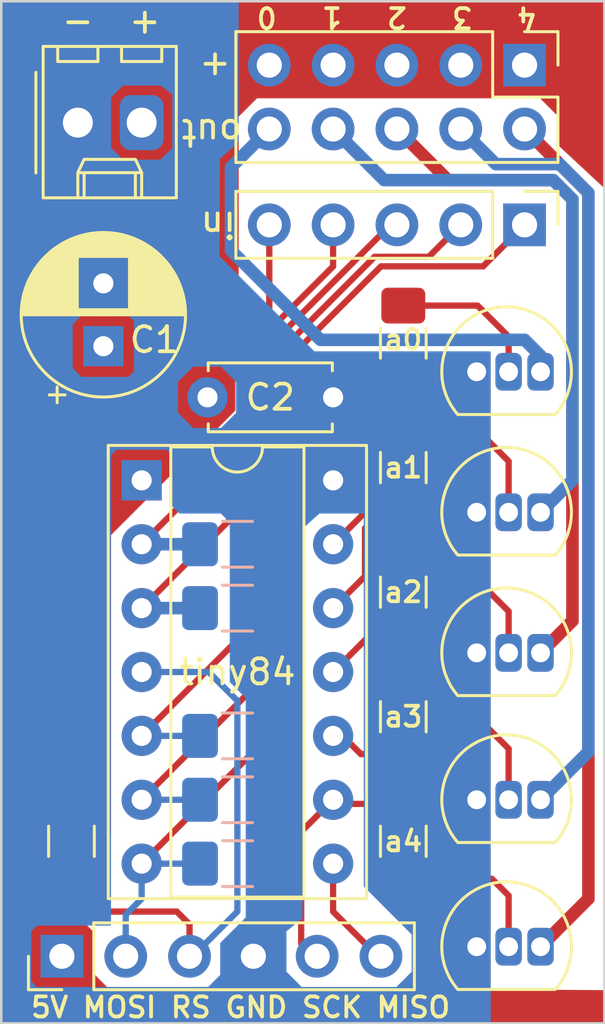
<source format=kicad_pcb>
(kicad_pcb (version 20171130) (host pcbnew "(5.1.6)-1")

  (general
    (thickness 1.6)
    (drawings 22)
    (tracks 141)
    (zones 0)
    (modules 23)
    (nets 1)
  )

  (page A4)
  (layers
    (0 F.Cu signal)
    (31 B.Cu signal)
    (32 B.Adhes user)
    (33 F.Adhes user)
    (34 B.Paste user)
    (35 F.Paste user)
    (36 B.SilkS user)
    (37 F.SilkS user hide)
    (38 B.Mask user)
    (39 F.Mask user)
    (40 Dwgs.User user)
    (41 Cmts.User user)
    (42 Eco1.User user)
    (43 Eco2.User user)
    (44 Edge.Cuts user)
    (45 Margin user)
    (46 B.CrtYd user)
    (47 F.CrtYd user)
    (48 B.Fab user)
    (49 F.Fab user)
  )

  (setup
    (last_trace_width 0.25)
    (user_trace_width 0.5)
    (user_trace_width 1.5)
    (trace_clearance 0.2)
    (zone_clearance 0.508)
    (zone_45_only no)
    (trace_min 0.2)
    (via_size 0.8)
    (via_drill 0.4)
    (via_min_size 0.4)
    (via_min_drill 0.3)
    (uvia_size 0.3)
    (uvia_drill 0.1)
    (uvias_allowed no)
    (uvia_min_size 0.2)
    (uvia_min_drill 0.1)
    (edge_width 0.05)
    (segment_width 0.2)
    (pcb_text_width 0.3)
    (pcb_text_size 1.5 1.5)
    (mod_edge_width 0.12)
    (mod_text_size 1 1)
    (mod_text_width 0.15)
    (pad_size 1.74 2.19)
    (pad_drill 1.19)
    (pad_to_mask_clearance 0.05)
    (aux_axis_origin 0 0)
    (visible_elements 7FFFFF7F)
    (pcbplotparams
      (layerselection 0x010e0_ffffffff)
      (usegerberextensions false)
      (usegerberattributes true)
      (usegerberadvancedattributes true)
      (creategerberjobfile true)
      (excludeedgelayer true)
      (linewidth 0.150000)
      (plotframeref false)
      (viasonmask false)
      (mode 1)
      (useauxorigin false)
      (hpglpennumber 1)
      (hpglpenspeed 20)
      (hpglpendiameter 15.000000)
      (psnegative false)
      (psa4output false)
      (plotreference true)
      (plotvalue true)
      (plotinvisibletext false)
      (padsonsilk false)
      (subtractmaskfromsilk false)
      (outputformat 1)
      (mirror false)
      (drillshape 0)
      (scaleselection 1)
      (outputdirectory "PCB/"))
  )

  (net 0 "")

  (net_class Default "This is the default net class."
    (clearance 0.2)
    (trace_width 0.25)
    (via_dia 0.8)
    (via_drill 0.4)
    (uvia_dia 0.3)
    (uvia_drill 0.1)
  )

  (module Connector_PinHeader_2.54mm:PinHeader_1x06_P2.54mm_Vertical (layer F.Cu) (tedit 59FED5CC) (tstamp 5F670488)
    (at 79.375 74.803 90)
    (descr "Through hole straight pin header, 1x06, 2.54mm pitch, single row")
    (tags "Through hole pin header THT 1x06 2.54mm single row")
    (fp_text reference REF** (at 0 -2.33 90) (layer F.SilkS) hide
      (effects (font (size 1 1) (thickness 0.15)))
    )
    (fp_text value PinHeader_1x06_P2.54mm_Vertical (at 0 15.03 90) (layer F.Fab) hide
      (effects (font (size 1 1) (thickness 0.15)))
    )
    (fp_line (start 1.8 -1.8) (end -1.8 -1.8) (layer F.CrtYd) (width 0.05))
    (fp_line (start 1.8 14.5) (end 1.8 -1.8) (layer F.CrtYd) (width 0.05))
    (fp_line (start -1.8 14.5) (end 1.8 14.5) (layer F.CrtYd) (width 0.05))
    (fp_line (start -1.8 -1.8) (end -1.8 14.5) (layer F.CrtYd) (width 0.05))
    (fp_line (start -1.33 -1.33) (end 0 -1.33) (layer F.SilkS) (width 0.12))
    (fp_line (start -1.33 0) (end -1.33 -1.33) (layer F.SilkS) (width 0.12))
    (fp_line (start -1.33 1.27) (end 1.33 1.27) (layer F.SilkS) (width 0.12))
    (fp_line (start 1.33 1.27) (end 1.33 14.03) (layer F.SilkS) (width 0.12))
    (fp_line (start -1.33 1.27) (end -1.33 14.03) (layer F.SilkS) (width 0.12))
    (fp_line (start -1.33 14.03) (end 1.33 14.03) (layer F.SilkS) (width 0.12))
    (fp_line (start -1.27 -0.635) (end -0.635 -1.27) (layer F.Fab) (width 0.1))
    (fp_line (start -1.27 13.97) (end -1.27 -0.635) (layer F.Fab) (width 0.1))
    (fp_line (start 1.27 13.97) (end -1.27 13.97) (layer F.Fab) (width 0.1))
    (fp_line (start 1.27 -1.27) (end 1.27 13.97) (layer F.Fab) (width 0.1))
    (fp_line (start -0.635 -1.27) (end 1.27 -1.27) (layer F.Fab) (width 0.1))
    (fp_text user %R (at 0 6.35) (layer F.Fab)
      (effects (font (size 1 1) (thickness 0.15)))
    )
    (pad 6 thru_hole oval (at 0 12.7 90) (size 1.7 1.7) (drill 1) (layers *.Cu *.Mask))
    (pad 5 thru_hole oval (at 0 10.16 90) (size 1.7 1.7) (drill 1) (layers *.Cu *.Mask))
    (pad 4 thru_hole oval (at 0 7.62 90) (size 1.7 1.7) (drill 1) (layers *.Cu *.Mask))
    (pad 3 thru_hole oval (at 0 5.08 90) (size 1.7 1.7) (drill 1) (layers *.Cu *.Mask))
    (pad 2 thru_hole oval (at 0 2.54 90) (size 1.7 1.7) (drill 1) (layers *.Cu *.Mask))
    (pad 1 thru_hole rect (at 0 0 90) (size 1.7 1.7) (drill 1) (layers *.Cu *.Mask))
    (model ${KISYS3DMOD}/Connector_PinHeader_2.54mm.3dshapes/PinHeader_1x06_P2.54mm_Vertical.wrl
      (at (xyz 0 0 0))
      (scale (xyz 1 1 1))
      (rotate (xyz 0 0 0))
    )
  )

  (module Capacitor_THT:C_Disc_D4.7mm_W2.5mm_P5.00mm (layer F.Cu) (tedit 5AE50EF0) (tstamp 5F665B68)
    (at 90.17 52.578 180)
    (descr "C, Disc series, Radial, pin pitch=5.00mm, , diameter*width=4.7*2.5mm^2, Capacitor, http://www.vishay.com/docs/45233/krseries.pdf")
    (tags "C Disc series Radial pin pitch 5.00mm  diameter 4.7mm width 2.5mm Capacitor")
    (fp_text reference C2 (at 2.5 0) (layer F.SilkS)
      (effects (font (size 1 1) (thickness 0.15)))
    )
    (fp_text value C_Disc_D4.7mm_W2.5mm_P5.00mm (at 2.5 2.5) (layer F.Fab) hide
      (effects (font (size 1 1) (thickness 0.15)))
    )
    (fp_line (start 6.05 -1.5) (end -1.05 -1.5) (layer F.CrtYd) (width 0.05))
    (fp_line (start 6.05 1.5) (end 6.05 -1.5) (layer F.CrtYd) (width 0.05))
    (fp_line (start -1.05 1.5) (end 6.05 1.5) (layer F.CrtYd) (width 0.05))
    (fp_line (start -1.05 -1.5) (end -1.05 1.5) (layer F.CrtYd) (width 0.05))
    (fp_line (start 4.97 1.055) (end 4.97 1.37) (layer F.SilkS) (width 0.12))
    (fp_line (start 4.97 -1.37) (end 4.97 -1.055) (layer F.SilkS) (width 0.12))
    (fp_line (start 0.03 1.055) (end 0.03 1.37) (layer F.SilkS) (width 0.12))
    (fp_line (start 0.03 -1.37) (end 0.03 -1.055) (layer F.SilkS) (width 0.12))
    (fp_line (start 0.03 1.37) (end 4.97 1.37) (layer F.SilkS) (width 0.12))
    (fp_line (start 0.03 -1.37) (end 4.97 -1.37) (layer F.SilkS) (width 0.12))
    (fp_line (start 4.85 -1.25) (end 0.15 -1.25) (layer F.Fab) (width 0.1))
    (fp_line (start 4.85 1.25) (end 4.85 -1.25) (layer F.Fab) (width 0.1))
    (fp_line (start 0.15 1.25) (end 4.85 1.25) (layer F.Fab) (width 0.1))
    (fp_line (start 0.15 -1.25) (end 0.15 1.25) (layer F.Fab) (width 0.1))
    (fp_text user %R (at 2.5 0) (layer F.Fab)
      (effects (font (size 0.94 0.94) (thickness 0.141)))
    )
    (pad 2 thru_hole circle (at 5 0 180) (size 1.6 1.6) (drill 0.8) (layers *.Cu *.Mask))
    (pad 1 thru_hole circle (at 0 0 180) (size 1.6 1.6) (drill 0.8) (layers *.Cu *.Mask))
    (model ${KISYS3DMOD}/Capacitor_THT.3dshapes/C_Disc_D4.7mm_W2.5mm_P5.00mm.wrl
      (at (xyz 0 0 0))
      (scale (xyz 1 1 1))
      (rotate (xyz 0 0 0))
    )
  )

  (module Resistor_SMD:R_1206_3216Metric_Pad1.42x1.75mm_HandSolder (layer B.Cu) (tedit 5B301BBD) (tstamp 5F664848)
    (at 86.36 71.12)
    (descr "Resistor SMD 1206 (3216 Metric), square (rectangular) end terminal, IPC_7351 nominal with elongated pad for handsoldering. (Body size source: http://www.tortai-tech.com/upload/download/2011102023233369053.pdf), generated with kicad-footprint-generator")
    (tags "resistor handsolder")
    (attr smd)
    (fp_text reference REF** (at 0 1.82) (layer B.SilkS) hide
      (effects (font (size 1 1) (thickness 0.15)) (justify mirror))
    )
    (fp_text value R_1206_3216Metric_Pad1.42x1.75mm_HandSolder (at 0 -1.82) (layer B.Fab) hide
      (effects (font (size 1 1) (thickness 0.15)) (justify mirror))
    )
    (fp_line (start 2.45 -1.12) (end -2.45 -1.12) (layer B.CrtYd) (width 0.05))
    (fp_line (start 2.45 1.12) (end 2.45 -1.12) (layer B.CrtYd) (width 0.05))
    (fp_line (start -2.45 1.12) (end 2.45 1.12) (layer B.CrtYd) (width 0.05))
    (fp_line (start -2.45 -1.12) (end -2.45 1.12) (layer B.CrtYd) (width 0.05))
    (fp_line (start -0.602064 -0.91) (end 0.602064 -0.91) (layer B.SilkS) (width 0.12))
    (fp_line (start -0.602064 0.91) (end 0.602064 0.91) (layer B.SilkS) (width 0.12))
    (fp_line (start 1.6 -0.8) (end -1.6 -0.8) (layer B.Fab) (width 0.1))
    (fp_line (start 1.6 0.8) (end 1.6 -0.8) (layer B.Fab) (width 0.1))
    (fp_line (start -1.6 0.8) (end 1.6 0.8) (layer B.Fab) (width 0.1))
    (fp_line (start -1.6 -0.8) (end -1.6 0.8) (layer B.Fab) (width 0.1))
    (fp_text user %R (at 0 0) (layer B.Fab)
      (effects (font (size 0.8 0.8) (thickness 0.12)) (justify mirror))
    )
    (pad 2 smd roundrect (at 1.4875 0) (size 1.425 1.75) (layers B.Cu B.Paste B.Mask) (roundrect_rratio 0.175439))
    (pad 1 smd roundrect (at -1.4875 0) (size 1.425 1.75) (layers B.Cu B.Paste B.Mask) (roundrect_rratio 0.175439))
    (model ${KISYS3DMOD}/Resistor_SMD.3dshapes/R_1206_3216Metric.wrl
      (at (xyz 0 0 0))
      (scale (xyz 1 1 1))
      (rotate (xyz 0 0 0))
    )
  )

  (module Resistor_SMD:R_1206_3216Metric_Pad1.42x1.75mm_HandSolder (layer B.Cu) (tedit 5B301BBD) (tstamp 5F664828)
    (at 86.36 68.58)
    (descr "Resistor SMD 1206 (3216 Metric), square (rectangular) end terminal, IPC_7351 nominal with elongated pad for handsoldering. (Body size source: http://www.tortai-tech.com/upload/download/2011102023233369053.pdf), generated with kicad-footprint-generator")
    (tags "resistor handsolder")
    (attr smd)
    (fp_text reference REF** (at 0 1.82) (layer B.SilkS) hide
      (effects (font (size 1 1) (thickness 0.15)) (justify mirror))
    )
    (fp_text value R_1206_3216Metric_Pad1.42x1.75mm_HandSolder (at 0 -1.82) (layer B.Fab) hide
      (effects (font (size 1 1) (thickness 0.15)) (justify mirror))
    )
    (fp_line (start -1.6 -0.8) (end -1.6 0.8) (layer B.Fab) (width 0.1))
    (fp_line (start -1.6 0.8) (end 1.6 0.8) (layer B.Fab) (width 0.1))
    (fp_line (start 1.6 0.8) (end 1.6 -0.8) (layer B.Fab) (width 0.1))
    (fp_line (start 1.6 -0.8) (end -1.6 -0.8) (layer B.Fab) (width 0.1))
    (fp_line (start -0.602064 0.91) (end 0.602064 0.91) (layer B.SilkS) (width 0.12))
    (fp_line (start -0.602064 -0.91) (end 0.602064 -0.91) (layer B.SilkS) (width 0.12))
    (fp_line (start -2.45 -1.12) (end -2.45 1.12) (layer B.CrtYd) (width 0.05))
    (fp_line (start -2.45 1.12) (end 2.45 1.12) (layer B.CrtYd) (width 0.05))
    (fp_line (start 2.45 1.12) (end 2.45 -1.12) (layer B.CrtYd) (width 0.05))
    (fp_line (start 2.45 -1.12) (end -2.45 -1.12) (layer B.CrtYd) (width 0.05))
    (fp_text user %R (at 0 0) (layer B.Fab)
      (effects (font (size 0.8 0.8) (thickness 0.12)) (justify mirror))
    )
    (pad 1 smd roundrect (at -1.4875 0) (size 1.425 1.75) (layers B.Cu B.Paste B.Mask) (roundrect_rratio 0.175439))
    (pad 2 smd roundrect (at 1.4875 0) (size 1.425 1.75) (layers B.Cu B.Paste B.Mask) (roundrect_rratio 0.175439))
    (model ${KISYS3DMOD}/Resistor_SMD.3dshapes/R_1206_3216Metric.wrl
      (at (xyz 0 0 0))
      (scale (xyz 1 1 1))
      (rotate (xyz 0 0 0))
    )
  )

  (module Resistor_SMD:R_1206_3216Metric_Pad1.42x1.75mm_HandSolder (layer B.Cu) (tedit 5B301BBD) (tstamp 5F6647D9)
    (at 86.36 66.04)
    (descr "Resistor SMD 1206 (3216 Metric), square (rectangular) end terminal, IPC_7351 nominal with elongated pad for handsoldering. (Body size source: http://www.tortai-tech.com/upload/download/2011102023233369053.pdf), generated with kicad-footprint-generator")
    (tags "resistor handsolder")
    (attr smd)
    (fp_text reference REF** (at 0 1.82) (layer B.SilkS) hide
      (effects (font (size 1 1) (thickness 0.15)) (justify mirror))
    )
    (fp_text value R_1206_3216Metric_Pad1.42x1.75mm_HandSolder (at 0 -1.82) (layer B.Fab) hide
      (effects (font (size 1 1) (thickness 0.15)) (justify mirror))
    )
    (fp_line (start 2.45 -1.12) (end -2.45 -1.12) (layer B.CrtYd) (width 0.05))
    (fp_line (start 2.45 1.12) (end 2.45 -1.12) (layer B.CrtYd) (width 0.05))
    (fp_line (start -2.45 1.12) (end 2.45 1.12) (layer B.CrtYd) (width 0.05))
    (fp_line (start -2.45 -1.12) (end -2.45 1.12) (layer B.CrtYd) (width 0.05))
    (fp_line (start -0.602064 -0.91) (end 0.602064 -0.91) (layer B.SilkS) (width 0.12))
    (fp_line (start -0.602064 0.91) (end 0.602064 0.91) (layer B.SilkS) (width 0.12))
    (fp_line (start 1.6 -0.8) (end -1.6 -0.8) (layer B.Fab) (width 0.1))
    (fp_line (start 1.6 0.8) (end 1.6 -0.8) (layer B.Fab) (width 0.1))
    (fp_line (start -1.6 0.8) (end 1.6 0.8) (layer B.Fab) (width 0.1))
    (fp_line (start -1.6 -0.8) (end -1.6 0.8) (layer B.Fab) (width 0.1))
    (fp_text user %R (at 0 0) (layer B.Fab)
      (effects (font (size 0.8 0.8) (thickness 0.12)) (justify mirror))
    )
    (pad 2 smd roundrect (at 1.4875 0) (size 1.425 1.75) (layers B.Cu B.Paste B.Mask) (roundrect_rratio 0.175439))
    (pad 1 smd roundrect (at -1.4875 0) (size 1.425 1.75) (layers B.Cu B.Paste B.Mask) (roundrect_rratio 0.175439))
    (model ${KISYS3DMOD}/Resistor_SMD.3dshapes/R_1206_3216Metric.wrl
      (at (xyz 0 0 0))
      (scale (xyz 1 1 1))
      (rotate (xyz 0 0 0))
    )
  )

  (module Resistor_SMD:R_1206_3216Metric_Pad1.42x1.75mm_HandSolder (layer B.Cu) (tedit 5B301BBD) (tstamp 5F6646B0)
    (at 86.36 58.42)
    (descr "Resistor SMD 1206 (3216 Metric), square (rectangular) end terminal, IPC_7351 nominal with elongated pad for handsoldering. (Body size source: http://www.tortai-tech.com/upload/download/2011102023233369053.pdf), generated with kicad-footprint-generator")
    (tags "resistor handsolder")
    (attr smd)
    (fp_text reference REF** (at 0 1.82) (layer B.SilkS) hide
      (effects (font (size 1 1) (thickness 0.15)) (justify mirror))
    )
    (fp_text value R_1206_3216Metric_Pad1.42x1.75mm_HandSolder (at 0 -1.82) (layer B.Fab) hide
      (effects (font (size 1 1) (thickness 0.15)) (justify mirror))
    )
    (fp_line (start -1.6 -0.8) (end -1.6 0.8) (layer B.Fab) (width 0.1))
    (fp_line (start -1.6 0.8) (end 1.6 0.8) (layer B.Fab) (width 0.1))
    (fp_line (start 1.6 0.8) (end 1.6 -0.8) (layer B.Fab) (width 0.1))
    (fp_line (start 1.6 -0.8) (end -1.6 -0.8) (layer B.Fab) (width 0.1))
    (fp_line (start -0.602064 0.91) (end 0.602064 0.91) (layer B.SilkS) (width 0.12))
    (fp_line (start -0.602064 -0.91) (end 0.602064 -0.91) (layer B.SilkS) (width 0.12))
    (fp_line (start -2.45 -1.12) (end -2.45 1.12) (layer B.CrtYd) (width 0.05))
    (fp_line (start -2.45 1.12) (end 2.45 1.12) (layer B.CrtYd) (width 0.05))
    (fp_line (start 2.45 1.12) (end 2.45 -1.12) (layer B.CrtYd) (width 0.05))
    (fp_line (start 2.45 -1.12) (end -2.45 -1.12) (layer B.CrtYd) (width 0.05))
    (fp_text user %R (at 0 0) (layer B.Fab)
      (effects (font (size 0.8 0.8) (thickness 0.12)) (justify mirror))
    )
    (pad 1 smd roundrect (at -1.4875 0) (size 1.425 1.75) (layers B.Cu B.Paste B.Mask) (roundrect_rratio 0.175439))
    (pad 2 smd roundrect (at 1.4875 0) (size 1.425 1.75) (layers B.Cu B.Paste B.Mask) (roundrect_rratio 0.175439))
    (model ${KISYS3DMOD}/Resistor_SMD.3dshapes/R_1206_3216Metric.wrl
      (at (xyz 0 0 0))
      (scale (xyz 1 1 1))
      (rotate (xyz 0 0 0))
    )
  )

  (module Resistor_SMD:R_1206_3216Metric_Pad1.42x1.75mm_HandSolder (layer B.Cu) (tedit 5B301BBD) (tstamp 5F664655)
    (at 86.36 60.96)
    (descr "Resistor SMD 1206 (3216 Metric), square (rectangular) end terminal, IPC_7351 nominal with elongated pad for handsoldering. (Body size source: http://www.tortai-tech.com/upload/download/2011102023233369053.pdf), generated with kicad-footprint-generator")
    (tags "resistor handsolder")
    (attr smd)
    (fp_text reference REF** (at 0 1.82) (layer B.SilkS) hide
      (effects (font (size 1 1) (thickness 0.15)) (justify mirror))
    )
    (fp_text value R_1206_3216Metric_Pad1.42x1.75mm_HandSolder (at 0 -1.82) (layer B.Fab) hide
      (effects (font (size 1 1) (thickness 0.15)) (justify mirror))
    )
    (fp_line (start 2.45 -1.12) (end -2.45 -1.12) (layer B.CrtYd) (width 0.05))
    (fp_line (start 2.45 1.12) (end 2.45 -1.12) (layer B.CrtYd) (width 0.05))
    (fp_line (start -2.45 1.12) (end 2.45 1.12) (layer B.CrtYd) (width 0.05))
    (fp_line (start -2.45 -1.12) (end -2.45 1.12) (layer B.CrtYd) (width 0.05))
    (fp_line (start -0.602064 -0.91) (end 0.602064 -0.91) (layer B.SilkS) (width 0.12))
    (fp_line (start -0.602064 0.91) (end 0.602064 0.91) (layer B.SilkS) (width 0.12))
    (fp_line (start 1.6 -0.8) (end -1.6 -0.8) (layer B.Fab) (width 0.1))
    (fp_line (start 1.6 0.8) (end 1.6 -0.8) (layer B.Fab) (width 0.1))
    (fp_line (start -1.6 0.8) (end 1.6 0.8) (layer B.Fab) (width 0.1))
    (fp_line (start -1.6 -0.8) (end -1.6 0.8) (layer B.Fab) (width 0.1))
    (fp_text user %R (at 0 0) (layer B.Fab)
      (effects (font (size 0.8 0.8) (thickness 0.12)) (justify mirror))
    )
    (pad 2 smd roundrect (at 1.4875 0) (size 1.425 1.75) (layers B.Cu B.Paste B.Mask) (roundrect_rratio 0.175439))
    (pad 1 smd roundrect (at -1.4875 0) (size 1.425 1.75) (layers B.Cu B.Paste B.Mask) (roundrect_rratio 0.175439))
    (model ${KISYS3DMOD}/Resistor_SMD.3dshapes/R_1206_3216Metric.wrl
      (at (xyz 0 0 0))
      (scale (xyz 1 1 1))
      (rotate (xyz 0 0 0))
    )
  )

  (module Package_TO_SOT_THT:TO-92L_Inline (layer F.Cu) (tedit 5A279A44) (tstamp 5F663FC3)
    (at 95.885 74.422)
    (descr "TO-92L leads in-line (large body variant of TO-92), also known as TO-226, wide, drill 0.75mm (see https://www.diodes.com/assets/Package-Files/TO92L.pdf and http://www.ti.com/lit/an/snoa059/snoa059.pdf)")
    (tags "TO-92L Inline Wide transistor")
    (fp_text reference REF** (at 1.19 -3.56) (layer F.SilkS) hide
      (effects (font (size 1 1) (thickness 0.15)))
    )
    (fp_text value TO-92L_Inline (at 1.19 2.79) (layer F.Fab) hide
      (effects (font (size 1 1) (thickness 0.15)))
    )
    (fp_line (start -0.75 1.7) (end 3.1 1.7) (layer F.SilkS) (width 0.12))
    (fp_line (start -0.7 1.6) (end 3.05 1.6) (layer F.Fab) (width 0.1))
    (fp_line (start -1.55 -2.75) (end 3.95 -2.75) (layer F.CrtYd) (width 0.05))
    (fp_line (start -1.55 -2.75) (end -1.55 1.85) (layer F.CrtYd) (width 0.05))
    (fp_line (start 3.95 1.85) (end 3.95 -2.75) (layer F.CrtYd) (width 0.05))
    (fp_line (start 3.95 1.85) (end -1.55 1.85) (layer F.CrtYd) (width 0.05))
    (fp_text user %R (at 1.19 -3.56) (layer F.Fab)
      (effects (font (size 1 1) (thickness 0.15)))
    )
    (fp_arc (start 1.19 0) (end -0.75 1.7) (angle 262.164354) (layer F.SilkS) (width 0.12))
    (fp_arc (start 1.19 0) (end 1.19 -2.48) (angle 129.9527847) (layer F.Fab) (width 0.1))
    (fp_arc (start 1.19 0) (end 1.19 -2.48) (angle -130.2499344) (layer F.Fab) (width 0.1))
    (pad 2 thru_hole roundrect (at 1.27 0) (size 1.05 1.5) (drill 0.75) (layers *.Cu *.Mask) (roundrect_rratio 0.25))
    (pad 3 thru_hole roundrect (at 2.54 0) (size 1.05 1.5) (drill 0.75) (layers *.Cu *.Mask) (roundrect_rratio 0.25))
    (pad 1 thru_hole rect (at 0 0) (size 1.05 1.5) (drill 0.75) (layers *.Cu *.Mask))
    (model ${KISYS3DMOD}/Package_TO_SOT_THT.3dshapes/TO-92L_Inline.wrl
      (at (xyz 0 0 0))
      (scale (xyz 1 1 1))
      (rotate (xyz 0 0 0))
    )
  )

  (module Package_TO_SOT_THT:TO-92L_Inline (layer F.Cu) (tedit 5A279A44) (tstamp 5F663FA3)
    (at 95.885 68.58)
    (descr "TO-92L leads in-line (large body variant of TO-92), also known as TO-226, wide, drill 0.75mm (see https://www.diodes.com/assets/Package-Files/TO92L.pdf and http://www.ti.com/lit/an/snoa059/snoa059.pdf)")
    (tags "TO-92L Inline Wide transistor")
    (fp_text reference REF** (at 1.19 -3.56) (layer F.SilkS) hide
      (effects (font (size 1 1) (thickness 0.15)))
    )
    (fp_text value TO-92L_Inline (at 1.19 2.79) (layer F.Fab) hide
      (effects (font (size 1 1) (thickness 0.15)))
    )
    (fp_line (start 3.95 1.85) (end -1.55 1.85) (layer F.CrtYd) (width 0.05))
    (fp_line (start 3.95 1.85) (end 3.95 -2.75) (layer F.CrtYd) (width 0.05))
    (fp_line (start -1.55 -2.75) (end -1.55 1.85) (layer F.CrtYd) (width 0.05))
    (fp_line (start -1.55 -2.75) (end 3.95 -2.75) (layer F.CrtYd) (width 0.05))
    (fp_line (start -0.7 1.6) (end 3.05 1.6) (layer F.Fab) (width 0.1))
    (fp_line (start -0.75 1.7) (end 3.1 1.7) (layer F.SilkS) (width 0.12))
    (fp_arc (start 1.19 0) (end 1.19 -2.48) (angle -130.2499344) (layer F.Fab) (width 0.1))
    (fp_arc (start 1.19 0) (end 1.19 -2.48) (angle 129.9527847) (layer F.Fab) (width 0.1))
    (fp_arc (start 1.19 0) (end -0.75 1.7) (angle 262.164354) (layer F.SilkS) (width 0.12))
    (fp_text user %R (at 1.19 -3.56) (layer F.Fab)
      (effects (font (size 1 1) (thickness 0.15)))
    )
    (pad 1 thru_hole rect (at 0 0) (size 1.05 1.5) (drill 0.75) (layers *.Cu *.Mask))
    (pad 3 thru_hole roundrect (at 2.54 0) (size 1.05 1.5) (drill 0.75) (layers *.Cu *.Mask) (roundrect_rratio 0.25))
    (pad 2 thru_hole roundrect (at 1.27 0) (size 1.05 1.5) (drill 0.75) (layers *.Cu *.Mask) (roundrect_rratio 0.25))
    (model ${KISYS3DMOD}/Package_TO_SOT_THT.3dshapes/TO-92L_Inline.wrl
      (at (xyz 0 0 0))
      (scale (xyz 1 1 1))
      (rotate (xyz 0 0 0))
    )
  )

  (module Package_TO_SOT_THT:TO-92L_Inline (layer F.Cu) (tedit 5A279A44) (tstamp 5F663F83)
    (at 95.885 62.738)
    (descr "TO-92L leads in-line (large body variant of TO-92), also known as TO-226, wide, drill 0.75mm (see https://www.diodes.com/assets/Package-Files/TO92L.pdf and http://www.ti.com/lit/an/snoa059/snoa059.pdf)")
    (tags "TO-92L Inline Wide transistor")
    (fp_text reference REF** (at 1.19 -3.56) (layer F.SilkS) hide
      (effects (font (size 1 1) (thickness 0.15)))
    )
    (fp_text value TO-92L_Inline (at 1.19 2.79) (layer F.Fab) hide
      (effects (font (size 1 1) (thickness 0.15)))
    )
    (fp_line (start -0.75 1.7) (end 3.1 1.7) (layer F.SilkS) (width 0.12))
    (fp_line (start -0.7 1.6) (end 3.05 1.6) (layer F.Fab) (width 0.1))
    (fp_line (start -1.55 -2.75) (end 3.95 -2.75) (layer F.CrtYd) (width 0.05))
    (fp_line (start -1.55 -2.75) (end -1.55 1.85) (layer F.CrtYd) (width 0.05))
    (fp_line (start 3.95 1.85) (end 3.95 -2.75) (layer F.CrtYd) (width 0.05))
    (fp_line (start 3.95 1.85) (end -1.55 1.85) (layer F.CrtYd) (width 0.05))
    (fp_text user %R (at 1.19 -3.56) (layer F.Fab)
      (effects (font (size 1 1) (thickness 0.15)))
    )
    (fp_arc (start 1.19 0) (end -0.75 1.7) (angle 262.164354) (layer F.SilkS) (width 0.12))
    (fp_arc (start 1.19 0) (end 1.19 -2.48) (angle 129.9527847) (layer F.Fab) (width 0.1))
    (fp_arc (start 1.19 0) (end 1.19 -2.48) (angle -130.2499344) (layer F.Fab) (width 0.1))
    (pad 2 thru_hole roundrect (at 1.27 0) (size 1.05 1.5) (drill 0.75) (layers *.Cu *.Mask) (roundrect_rratio 0.25))
    (pad 3 thru_hole roundrect (at 2.54 0) (size 1.05 1.5) (drill 0.75) (layers *.Cu *.Mask) (roundrect_rratio 0.25))
    (pad 1 thru_hole rect (at 0 0) (size 1.05 1.5) (drill 0.75) (layers *.Cu *.Mask))
    (model ${KISYS3DMOD}/Package_TO_SOT_THT.3dshapes/TO-92L_Inline.wrl
      (at (xyz 0 0 0))
      (scale (xyz 1 1 1))
      (rotate (xyz 0 0 0))
    )
  )

  (module Package_TO_SOT_THT:TO-92L_Inline (layer F.Cu) (tedit 5A279A44) (tstamp 5F663F63)
    (at 95.885 57.15)
    (descr "TO-92L leads in-line (large body variant of TO-92), also known as TO-226, wide, drill 0.75mm (see https://www.diodes.com/assets/Package-Files/TO92L.pdf and http://www.ti.com/lit/an/snoa059/snoa059.pdf)")
    (tags "TO-92L Inline Wide transistor")
    (fp_text reference REF** (at 1.19 -3.56) (layer F.SilkS) hide
      (effects (font (size 1 1) (thickness 0.15)))
    )
    (fp_text value TO-92L_Inline (at 1.19 2.79) (layer F.Fab) hide
      (effects (font (size 1 1) (thickness 0.15)))
    )
    (fp_line (start 3.95 1.85) (end -1.55 1.85) (layer F.CrtYd) (width 0.05))
    (fp_line (start 3.95 1.85) (end 3.95 -2.75) (layer F.CrtYd) (width 0.05))
    (fp_line (start -1.55 -2.75) (end -1.55 1.85) (layer F.CrtYd) (width 0.05))
    (fp_line (start -1.55 -2.75) (end 3.95 -2.75) (layer F.CrtYd) (width 0.05))
    (fp_line (start -0.7 1.6) (end 3.05 1.6) (layer F.Fab) (width 0.1))
    (fp_line (start -0.75 1.7) (end 3.1 1.7) (layer F.SilkS) (width 0.12))
    (fp_arc (start 1.19 0) (end 1.19 -2.48) (angle -130.2499344) (layer F.Fab) (width 0.1))
    (fp_arc (start 1.19 0) (end 1.19 -2.48) (angle 129.9527847) (layer F.Fab) (width 0.1))
    (fp_arc (start 1.19 0) (end -0.75 1.7) (angle 262.164354) (layer F.SilkS) (width 0.12))
    (fp_text user %R (at 1.19 -3.56) (layer F.Fab)
      (effects (font (size 1 1) (thickness 0.15)))
    )
    (pad 1 thru_hole rect (at 0 0) (size 1.05 1.5) (drill 0.75) (layers *.Cu *.Mask))
    (pad 3 thru_hole roundrect (at 2.54 0) (size 1.05 1.5) (drill 0.75) (layers *.Cu *.Mask) (roundrect_rratio 0.25))
    (pad 2 thru_hole roundrect (at 1.27 0) (size 1.05 1.5) (drill 0.75) (layers *.Cu *.Mask) (roundrect_rratio 0.25))
    (model ${KISYS3DMOD}/Package_TO_SOT_THT.3dshapes/TO-92L_Inline.wrl
      (at (xyz 0 0 0))
      (scale (xyz 1 1 1))
      (rotate (xyz 0 0 0))
    )
  )

  (module Resistor_SMD:R_1206_3216Metric_Pad1.42x1.75mm_HandSolder (layer F.Cu) (tedit 5B301BBD) (tstamp 5F6639F9)
    (at 92.964 70.231 90)
    (descr "Resistor SMD 1206 (3216 Metric), square (rectangular) end terminal, IPC_7351 nominal with elongated pad for handsoldering. (Body size source: http://www.tortai-tech.com/upload/download/2011102023233369053.pdf), generated with kicad-footprint-generator")
    (tags "resistor handsolder")
    (attr smd)
    (fp_text reference REF** (at 0 -1.82 90) (layer F.SilkS) hide
      (effects (font (size 1 1) (thickness 0.15)))
    )
    (fp_text value R_1206_3216Metric_Pad1.42x1.75mm_HandSolder (at 0 1.82 90) (layer F.Fab) hide
      (effects (font (size 1 1) (thickness 0.15)))
    )
    (fp_line (start -1.6 0.8) (end -1.6 -0.8) (layer F.Fab) (width 0.1))
    (fp_line (start -1.6 -0.8) (end 1.6 -0.8) (layer F.Fab) (width 0.1))
    (fp_line (start 1.6 -0.8) (end 1.6 0.8) (layer F.Fab) (width 0.1))
    (fp_line (start 1.6 0.8) (end -1.6 0.8) (layer F.Fab) (width 0.1))
    (fp_line (start -0.602064 -0.91) (end 0.602064 -0.91) (layer F.SilkS) (width 0.12))
    (fp_line (start -0.602064 0.91) (end 0.602064 0.91) (layer F.SilkS) (width 0.12))
    (fp_line (start -2.45 1.12) (end -2.45 -1.12) (layer F.CrtYd) (width 0.05))
    (fp_line (start -2.45 -1.12) (end 2.45 -1.12) (layer F.CrtYd) (width 0.05))
    (fp_line (start 2.45 -1.12) (end 2.45 1.12) (layer F.CrtYd) (width 0.05))
    (fp_line (start 2.45 1.12) (end -2.45 1.12) (layer F.CrtYd) (width 0.05))
    (fp_text user %R (at 0 0 90) (layer F.Fab)
      (effects (font (size 0.8 0.8) (thickness 0.12)))
    )
    (pad 1 smd roundrect (at -1.4875 0 90) (size 1.425 1.75) (layers F.Cu F.Paste F.Mask) (roundrect_rratio 0.175439))
    (pad 2 smd roundrect (at 1.4875 0 90) (size 1.425 1.75) (layers F.Cu F.Paste F.Mask) (roundrect_rratio 0.175439))
    (model ${KISYS3DMOD}/Resistor_SMD.3dshapes/R_1206_3216Metric.wrl
      (at (xyz 0 0 0))
      (scale (xyz 1 1 1))
      (rotate (xyz 0 0 0))
    )
  )

  (module Resistor_SMD:R_1206_3216Metric_Pad1.42x1.75mm_HandSolder (layer F.Cu) (tedit 5B301BBD) (tstamp 5F6639C7)
    (at 92.964 65.278 90)
    (descr "Resistor SMD 1206 (3216 Metric), square (rectangular) end terminal, IPC_7351 nominal with elongated pad for handsoldering. (Body size source: http://www.tortai-tech.com/upload/download/2011102023233369053.pdf), generated with kicad-footprint-generator")
    (tags "resistor handsolder")
    (attr smd)
    (fp_text reference REF** (at 0 -1.82 90) (layer F.SilkS) hide
      (effects (font (size 1 1) (thickness 0.15)))
    )
    (fp_text value R_1206_3216Metric_Pad1.42x1.75mm_HandSolder (at 0 1.82 90) (layer F.Fab) hide
      (effects (font (size 1 1) (thickness 0.15)))
    )
    (fp_line (start 2.45 1.12) (end -2.45 1.12) (layer F.CrtYd) (width 0.05))
    (fp_line (start 2.45 -1.12) (end 2.45 1.12) (layer F.CrtYd) (width 0.05))
    (fp_line (start -2.45 -1.12) (end 2.45 -1.12) (layer F.CrtYd) (width 0.05))
    (fp_line (start -2.45 1.12) (end -2.45 -1.12) (layer F.CrtYd) (width 0.05))
    (fp_line (start -0.602064 0.91) (end 0.602064 0.91) (layer F.SilkS) (width 0.12))
    (fp_line (start -0.602064 -0.91) (end 0.602064 -0.91) (layer F.SilkS) (width 0.12))
    (fp_line (start 1.6 0.8) (end -1.6 0.8) (layer F.Fab) (width 0.1))
    (fp_line (start 1.6 -0.8) (end 1.6 0.8) (layer F.Fab) (width 0.1))
    (fp_line (start -1.6 -0.8) (end 1.6 -0.8) (layer F.Fab) (width 0.1))
    (fp_line (start -1.6 0.8) (end -1.6 -0.8) (layer F.Fab) (width 0.1))
    (fp_text user %R (at 0 0 90) (layer F.Fab)
      (effects (font (size 0.8 0.8) (thickness 0.12)))
    )
    (pad 2 smd roundrect (at 1.4875 0 90) (size 1.425 1.75) (layers F.Cu F.Paste F.Mask) (roundrect_rratio 0.175439))
    (pad 1 smd roundrect (at -1.4875 0 90) (size 1.425 1.75) (layers F.Cu F.Paste F.Mask) (roundrect_rratio 0.175439))
    (model ${KISYS3DMOD}/Resistor_SMD.3dshapes/R_1206_3216Metric.wrl
      (at (xyz 0 0 0))
      (scale (xyz 1 1 1))
      (rotate (xyz 0 0 0))
    )
  )

  (module Resistor_SMD:R_1206_3216Metric_Pad1.42x1.75mm_HandSolder (layer F.Cu) (tedit 5B301BBD) (tstamp 5F66822C)
    (at 92.964 60.325 90)
    (descr "Resistor SMD 1206 (3216 Metric), square (rectangular) end terminal, IPC_7351 nominal with elongated pad for handsoldering. (Body size source: http://www.tortai-tech.com/upload/download/2011102023233369053.pdf), generated with kicad-footprint-generator")
    (tags "resistor handsolder")
    (attr smd)
    (fp_text reference REF** (at 0 -1.82 90) (layer F.SilkS) hide
      (effects (font (size 1 1) (thickness 0.15)))
    )
    (fp_text value R_1206_3216Metric_Pad1.42x1.75mm_HandSolder (at 0 1.82 90) (layer F.Fab) hide
      (effects (font (size 1 1) (thickness 0.15)))
    )
    (fp_line (start -1.6 0.8) (end -1.6 -0.8) (layer F.Fab) (width 0.1))
    (fp_line (start -1.6 -0.8) (end 1.6 -0.8) (layer F.Fab) (width 0.1))
    (fp_line (start 1.6 -0.8) (end 1.6 0.8) (layer F.Fab) (width 0.1))
    (fp_line (start 1.6 0.8) (end -1.6 0.8) (layer F.Fab) (width 0.1))
    (fp_line (start -0.602064 -0.91) (end 0.602064 -0.91) (layer F.SilkS) (width 0.12))
    (fp_line (start -0.602064 0.91) (end 0.602064 0.91) (layer F.SilkS) (width 0.12))
    (fp_line (start -2.45 1.12) (end -2.45 -1.12) (layer F.CrtYd) (width 0.05))
    (fp_line (start -2.45 -1.12) (end 2.45 -1.12) (layer F.CrtYd) (width 0.05))
    (fp_line (start 2.45 -1.12) (end 2.45 1.12) (layer F.CrtYd) (width 0.05))
    (fp_line (start 2.45 1.12) (end -2.45 1.12) (layer F.CrtYd) (width 0.05))
    (fp_text user %R (at 0 0 90) (layer F.Fab)
      (effects (font (size 0.8 0.8) (thickness 0.12)))
    )
    (pad 1 smd roundrect (at -1.4875 0 90) (size 1.425 1.75) (layers F.Cu F.Paste F.Mask) (roundrect_rratio 0.175439))
    (pad 2 smd roundrect (at 1.4875 0 90) (size 1.425 1.75) (layers F.Cu F.Paste F.Mask) (roundrect_rratio 0.175439))
    (model ${KISYS3DMOD}/Resistor_SMD.3dshapes/R_1206_3216Metric.wrl
      (at (xyz 0 0 0))
      (scale (xyz 1 1 1))
      (rotate (xyz 0 0 0))
    )
  )

  (module Resistor_SMD:R_1206_3216Metric_Pad1.42x1.75mm_HandSolder (layer F.Cu) (tedit 5B301BBD) (tstamp 5F663961)
    (at 92.964 55.372 90)
    (descr "Resistor SMD 1206 (3216 Metric), square (rectangular) end terminal, IPC_7351 nominal with elongated pad for handsoldering. (Body size source: http://www.tortai-tech.com/upload/download/2011102023233369053.pdf), generated with kicad-footprint-generator")
    (tags "resistor handsolder")
    (attr smd)
    (fp_text reference REF** (at 0 -1.82 90) (layer F.SilkS) hide
      (effects (font (size 1 1) (thickness 0.15)))
    )
    (fp_text value R_1206_3216Metric_Pad1.42x1.75mm_HandSolder (at 0 1.82 90) (layer F.Fab) hide
      (effects (font (size 1 1) (thickness 0.15)))
    )
    (fp_line (start 2.45 1.12) (end -2.45 1.12) (layer F.CrtYd) (width 0.05))
    (fp_line (start 2.45 -1.12) (end 2.45 1.12) (layer F.CrtYd) (width 0.05))
    (fp_line (start -2.45 -1.12) (end 2.45 -1.12) (layer F.CrtYd) (width 0.05))
    (fp_line (start -2.45 1.12) (end -2.45 -1.12) (layer F.CrtYd) (width 0.05))
    (fp_line (start -0.602064 0.91) (end 0.602064 0.91) (layer F.SilkS) (width 0.12))
    (fp_line (start -0.602064 -0.91) (end 0.602064 -0.91) (layer F.SilkS) (width 0.12))
    (fp_line (start 1.6 0.8) (end -1.6 0.8) (layer F.Fab) (width 0.1))
    (fp_line (start 1.6 -0.8) (end 1.6 0.8) (layer F.Fab) (width 0.1))
    (fp_line (start -1.6 -0.8) (end 1.6 -0.8) (layer F.Fab) (width 0.1))
    (fp_line (start -1.6 0.8) (end -1.6 -0.8) (layer F.Fab) (width 0.1))
    (fp_text user %R (at 0 0 90) (layer F.Fab)
      (effects (font (size 0.8 0.8) (thickness 0.12)))
    )
    (pad 2 smd roundrect (at 1.4875 0 90) (size 1.425 1.75) (layers F.Cu F.Paste F.Mask) (roundrect_rratio 0.175439))
    (pad 1 smd roundrect (at -1.4875 0 90) (size 1.425 1.75) (layers F.Cu F.Paste F.Mask) (roundrect_rratio 0.175439))
    (model ${KISYS3DMOD}/Resistor_SMD.3dshapes/R_1206_3216Metric.wrl
      (at (xyz 0 0 0))
      (scale (xyz 1 1 1))
      (rotate (xyz 0 0 0))
    )
  )

  (module Package_DIP:DIP-14_W7.62mm_Socket (layer F.Cu) (tedit 5A02E8C5) (tstamp 5F66012A)
    (at 82.55 55.88)
    (descr "14-lead though-hole mounted DIP package, row spacing 7.62 mm (300 mils), Socket")
    (tags "THT DIP DIL PDIP 2.54mm 7.62mm 300mil Socket")
    (fp_text reference tiny84 (at 3.81 7.62) (layer F.SilkS)
      (effects (font (size 1 1) (thickness 0.15)))
    )
    (fp_text value DIP-14_W7.62mm_Socket (at 3.81 17.57) (layer F.Fab) hide
      (effects (font (size 1 1) (thickness 0.15)))
    )
    (fp_line (start 9.15 -1.6) (end -1.55 -1.6) (layer F.CrtYd) (width 0.05))
    (fp_line (start 9.15 16.85) (end 9.15 -1.6) (layer F.CrtYd) (width 0.05))
    (fp_line (start -1.55 16.85) (end 9.15 16.85) (layer F.CrtYd) (width 0.05))
    (fp_line (start -1.55 -1.6) (end -1.55 16.85) (layer F.CrtYd) (width 0.05))
    (fp_line (start 8.95 -1.39) (end -1.33 -1.39) (layer F.SilkS) (width 0.12))
    (fp_line (start 8.95 16.63) (end 8.95 -1.39) (layer F.SilkS) (width 0.12))
    (fp_line (start -1.33 16.63) (end 8.95 16.63) (layer F.SilkS) (width 0.12))
    (fp_line (start -1.33 -1.39) (end -1.33 16.63) (layer F.SilkS) (width 0.12))
    (fp_line (start 6.46 -1.33) (end 4.81 -1.33) (layer F.SilkS) (width 0.12))
    (fp_line (start 6.46 16.57) (end 6.46 -1.33) (layer F.SilkS) (width 0.12))
    (fp_line (start 1.16 16.57) (end 6.46 16.57) (layer F.SilkS) (width 0.12))
    (fp_line (start 1.16 -1.33) (end 1.16 16.57) (layer F.SilkS) (width 0.12))
    (fp_line (start 2.81 -1.33) (end 1.16 -1.33) (layer F.SilkS) (width 0.12))
    (fp_line (start 8.89 -1.33) (end -1.27 -1.33) (layer F.Fab) (width 0.1))
    (fp_line (start 8.89 16.57) (end 8.89 -1.33) (layer F.Fab) (width 0.1))
    (fp_line (start -1.27 16.57) (end 8.89 16.57) (layer F.Fab) (width 0.1))
    (fp_line (start -1.27 -1.33) (end -1.27 16.57) (layer F.Fab) (width 0.1))
    (fp_line (start 0.635 -0.27) (end 1.635 -1.27) (layer F.Fab) (width 0.1))
    (fp_line (start 0.635 16.51) (end 0.635 -0.27) (layer F.Fab) (width 0.1))
    (fp_line (start 6.985 16.51) (end 0.635 16.51) (layer F.Fab) (width 0.1))
    (fp_line (start 6.985 -1.27) (end 6.985 16.51) (layer F.Fab) (width 0.1))
    (fp_line (start 1.635 -1.27) (end 6.985 -1.27) (layer F.Fab) (width 0.1))
    (fp_text user %R (at 3.81 7.62) (layer F.Fab)
      (effects (font (size 1 1) (thickness 0.15)))
    )
    (fp_arc (start 3.81 -1.33) (end 2.81 -1.33) (angle -180) (layer F.SilkS) (width 0.12))
    (pad 14 thru_hole oval (at 7.62 0) (size 1.6 1.6) (drill 0.8) (layers *.Cu *.Mask))
    (pad 7 thru_hole oval (at 0 15.24) (size 1.6 1.6) (drill 0.8) (layers *.Cu *.Mask))
    (pad 13 thru_hole oval (at 7.62 2.54) (size 1.6 1.6) (drill 0.8) (layers *.Cu *.Mask))
    (pad 6 thru_hole oval (at 0 12.7) (size 1.6 1.6) (drill 0.8) (layers *.Cu *.Mask))
    (pad 12 thru_hole oval (at 7.62 5.08) (size 1.6 1.6) (drill 0.8) (layers *.Cu *.Mask))
    (pad 5 thru_hole oval (at 0 10.16) (size 1.6 1.6) (drill 0.8) (layers *.Cu *.Mask))
    (pad 11 thru_hole oval (at 7.62 7.62) (size 1.6 1.6) (drill 0.8) (layers *.Cu *.Mask))
    (pad 4 thru_hole oval (at 0 7.62) (size 1.6 1.6) (drill 0.8) (layers *.Cu *.Mask))
    (pad 10 thru_hole oval (at 7.62 10.16) (size 1.6 1.6) (drill 0.8) (layers *.Cu *.Mask))
    (pad 3 thru_hole oval (at 0 5.08) (size 1.6 1.6) (drill 0.8) (layers *.Cu *.Mask))
    (pad 9 thru_hole oval (at 7.62 12.7) (size 1.6 1.6) (drill 0.8) (layers *.Cu *.Mask))
    (pad 2 thru_hole oval (at 0 2.54) (size 1.6 1.6) (drill 0.8) (layers *.Cu *.Mask))
    (pad 8 thru_hole oval (at 7.62 15.24) (size 1.6 1.6) (drill 0.8) (layers *.Cu *.Mask))
    (pad 1 thru_hole rect (at 0 0) (size 1.6 1.6) (drill 0.8) (layers *.Cu *.Mask))
    (model ${KISYS3DMOD}/Package_DIP.3dshapes/DIP-14_W7.62mm_Socket.wrl
      (at (xyz 0 0 0))
      (scale (xyz 1 1 1))
      (rotate (xyz 0 0 0))
    )
  )

  (module Capacitor_THT:CP_Radial_D6.3mm_P2.50mm (layer F.Cu) (tedit 5AE50EF0) (tstamp 5F662AD8)
    (at 81.026 50.546 90)
    (descr "CP, Radial series, Radial, pin pitch=2.50mm, , diameter=6.3mm, Electrolytic Capacitor")
    (tags "CP Radial series Radial pin pitch 2.50mm  diameter 6.3mm Electrolytic Capacitor")
    (fp_text reference C1 (at 0.254 2.032) (layer F.SilkS)
      (effects (font (size 1 1) (thickness 0.15)))
    )
    (fp_text value CP_Radial_D6.3mm_P2.50mm (at 1.25 4.4 90) (layer F.Fab) hide
      (effects (font (size 1 1) (thickness 0.15)))
    )
    (fp_line (start -1.935241 -2.154) (end -1.935241 -1.524) (layer F.SilkS) (width 0.12))
    (fp_line (start -2.250241 -1.839) (end -1.620241 -1.839) (layer F.SilkS) (width 0.12))
    (fp_line (start 4.491 -0.402) (end 4.491 0.402) (layer F.SilkS) (width 0.12))
    (fp_line (start 4.451 -0.633) (end 4.451 0.633) (layer F.SilkS) (width 0.12))
    (fp_line (start 4.411 -0.802) (end 4.411 0.802) (layer F.SilkS) (width 0.12))
    (fp_line (start 4.371 -0.94) (end 4.371 0.94) (layer F.SilkS) (width 0.12))
    (fp_line (start 4.331 -1.059) (end 4.331 1.059) (layer F.SilkS) (width 0.12))
    (fp_line (start 4.291 -1.165) (end 4.291 1.165) (layer F.SilkS) (width 0.12))
    (fp_line (start 4.251 -1.262) (end 4.251 1.262) (layer F.SilkS) (width 0.12))
    (fp_line (start 4.211 -1.35) (end 4.211 1.35) (layer F.SilkS) (width 0.12))
    (fp_line (start 4.171 -1.432) (end 4.171 1.432) (layer F.SilkS) (width 0.12))
    (fp_line (start 4.131 -1.509) (end 4.131 1.509) (layer F.SilkS) (width 0.12))
    (fp_line (start 4.091 -1.581) (end 4.091 1.581) (layer F.SilkS) (width 0.12))
    (fp_line (start 4.051 -1.65) (end 4.051 1.65) (layer F.SilkS) (width 0.12))
    (fp_line (start 4.011 -1.714) (end 4.011 1.714) (layer F.SilkS) (width 0.12))
    (fp_line (start 3.971 -1.776) (end 3.971 1.776) (layer F.SilkS) (width 0.12))
    (fp_line (start 3.931 -1.834) (end 3.931 1.834) (layer F.SilkS) (width 0.12))
    (fp_line (start 3.891 -1.89) (end 3.891 1.89) (layer F.SilkS) (width 0.12))
    (fp_line (start 3.851 -1.944) (end 3.851 1.944) (layer F.SilkS) (width 0.12))
    (fp_line (start 3.811 -1.995) (end 3.811 1.995) (layer F.SilkS) (width 0.12))
    (fp_line (start 3.771 -2.044) (end 3.771 2.044) (layer F.SilkS) (width 0.12))
    (fp_line (start 3.731 -2.092) (end 3.731 2.092) (layer F.SilkS) (width 0.12))
    (fp_line (start 3.691 -2.137) (end 3.691 2.137) (layer F.SilkS) (width 0.12))
    (fp_line (start 3.651 -2.182) (end 3.651 2.182) (layer F.SilkS) (width 0.12))
    (fp_line (start 3.611 -2.224) (end 3.611 2.224) (layer F.SilkS) (width 0.12))
    (fp_line (start 3.571 -2.265) (end 3.571 2.265) (layer F.SilkS) (width 0.12))
    (fp_line (start 3.531 1.04) (end 3.531 2.305) (layer F.SilkS) (width 0.12))
    (fp_line (start 3.531 -2.305) (end 3.531 -1.04) (layer F.SilkS) (width 0.12))
    (fp_line (start 3.491 1.04) (end 3.491 2.343) (layer F.SilkS) (width 0.12))
    (fp_line (start 3.491 -2.343) (end 3.491 -1.04) (layer F.SilkS) (width 0.12))
    (fp_line (start 3.451 1.04) (end 3.451 2.38) (layer F.SilkS) (width 0.12))
    (fp_line (start 3.451 -2.38) (end 3.451 -1.04) (layer F.SilkS) (width 0.12))
    (fp_line (start 3.411 1.04) (end 3.411 2.416) (layer F.SilkS) (width 0.12))
    (fp_line (start 3.411 -2.416) (end 3.411 -1.04) (layer F.SilkS) (width 0.12))
    (fp_line (start 3.371 1.04) (end 3.371 2.45) (layer F.SilkS) (width 0.12))
    (fp_line (start 3.371 -2.45) (end 3.371 -1.04) (layer F.SilkS) (width 0.12))
    (fp_line (start 3.331 1.04) (end 3.331 2.484) (layer F.SilkS) (width 0.12))
    (fp_line (start 3.331 -2.484) (end 3.331 -1.04) (layer F.SilkS) (width 0.12))
    (fp_line (start 3.291 1.04) (end 3.291 2.516) (layer F.SilkS) (width 0.12))
    (fp_line (start 3.291 -2.516) (end 3.291 -1.04) (layer F.SilkS) (width 0.12))
    (fp_line (start 3.251 1.04) (end 3.251 2.548) (layer F.SilkS) (width 0.12))
    (fp_line (start 3.251 -2.548) (end 3.251 -1.04) (layer F.SilkS) (width 0.12))
    (fp_line (start 3.211 1.04) (end 3.211 2.578) (layer F.SilkS) (width 0.12))
    (fp_line (start 3.211 -2.578) (end 3.211 -1.04) (layer F.SilkS) (width 0.12))
    (fp_line (start 3.171 1.04) (end 3.171 2.607) (layer F.SilkS) (width 0.12))
    (fp_line (start 3.171 -2.607) (end 3.171 -1.04) (layer F.SilkS) (width 0.12))
    (fp_line (start 3.131 1.04) (end 3.131 2.636) (layer F.SilkS) (width 0.12))
    (fp_line (start 3.131 -2.636) (end 3.131 -1.04) (layer F.SilkS) (width 0.12))
    (fp_line (start 3.091 1.04) (end 3.091 2.664) (layer F.SilkS) (width 0.12))
    (fp_line (start 3.091 -2.664) (end 3.091 -1.04) (layer F.SilkS) (width 0.12))
    (fp_line (start 3.051 1.04) (end 3.051 2.69) (layer F.SilkS) (width 0.12))
    (fp_line (start 3.051 -2.69) (end 3.051 -1.04) (layer F.SilkS) (width 0.12))
    (fp_line (start 3.011 1.04) (end 3.011 2.716) (layer F.SilkS) (width 0.12))
    (fp_line (start 3.011 -2.716) (end 3.011 -1.04) (layer F.SilkS) (width 0.12))
    (fp_line (start 2.971 1.04) (end 2.971 2.742) (layer F.SilkS) (width 0.12))
    (fp_line (start 2.971 -2.742) (end 2.971 -1.04) (layer F.SilkS) (width 0.12))
    (fp_line (start 2.931 1.04) (end 2.931 2.766) (layer F.SilkS) (width 0.12))
    (fp_line (start 2.931 -2.766) (end 2.931 -1.04) (layer F.SilkS) (width 0.12))
    (fp_line (start 2.891 1.04) (end 2.891 2.79) (layer F.SilkS) (width 0.12))
    (fp_line (start 2.891 -2.79) (end 2.891 -1.04) (layer F.SilkS) (width 0.12))
    (fp_line (start 2.851 1.04) (end 2.851 2.812) (layer F.SilkS) (width 0.12))
    (fp_line (start 2.851 -2.812) (end 2.851 -1.04) (layer F.SilkS) (width 0.12))
    (fp_line (start 2.811 1.04) (end 2.811 2.834) (layer F.SilkS) (width 0.12))
    (fp_line (start 2.811 -2.834) (end 2.811 -1.04) (layer F.SilkS) (width 0.12))
    (fp_line (start 2.771 1.04) (end 2.771 2.856) (layer F.SilkS) (width 0.12))
    (fp_line (start 2.771 -2.856) (end 2.771 -1.04) (layer F.SilkS) (width 0.12))
    (fp_line (start 2.731 1.04) (end 2.731 2.876) (layer F.SilkS) (width 0.12))
    (fp_line (start 2.731 -2.876) (end 2.731 -1.04) (layer F.SilkS) (width 0.12))
    (fp_line (start 2.691 1.04) (end 2.691 2.896) (layer F.SilkS) (width 0.12))
    (fp_line (start 2.691 -2.896) (end 2.691 -1.04) (layer F.SilkS) (width 0.12))
    (fp_line (start 2.651 1.04) (end 2.651 2.916) (layer F.SilkS) (width 0.12))
    (fp_line (start 2.651 -2.916) (end 2.651 -1.04) (layer F.SilkS) (width 0.12))
    (fp_line (start 2.611 1.04) (end 2.611 2.934) (layer F.SilkS) (width 0.12))
    (fp_line (start 2.611 -2.934) (end 2.611 -1.04) (layer F.SilkS) (width 0.12))
    (fp_line (start 2.571 1.04) (end 2.571 2.952) (layer F.SilkS) (width 0.12))
    (fp_line (start 2.571 -2.952) (end 2.571 -1.04) (layer F.SilkS) (width 0.12))
    (fp_line (start 2.531 1.04) (end 2.531 2.97) (layer F.SilkS) (width 0.12))
    (fp_line (start 2.531 -2.97) (end 2.531 -1.04) (layer F.SilkS) (width 0.12))
    (fp_line (start 2.491 1.04) (end 2.491 2.986) (layer F.SilkS) (width 0.12))
    (fp_line (start 2.491 -2.986) (end 2.491 -1.04) (layer F.SilkS) (width 0.12))
    (fp_line (start 2.451 1.04) (end 2.451 3.002) (layer F.SilkS) (width 0.12))
    (fp_line (start 2.451 -3.002) (end 2.451 -1.04) (layer F.SilkS) (width 0.12))
    (fp_line (start 2.411 1.04) (end 2.411 3.018) (layer F.SilkS) (width 0.12))
    (fp_line (start 2.411 -3.018) (end 2.411 -1.04) (layer F.SilkS) (width 0.12))
    (fp_line (start 2.371 1.04) (end 2.371 3.033) (layer F.SilkS) (width 0.12))
    (fp_line (start 2.371 -3.033) (end 2.371 -1.04) (layer F.SilkS) (width 0.12))
    (fp_line (start 2.331 1.04) (end 2.331 3.047) (layer F.SilkS) (width 0.12))
    (fp_line (start 2.331 -3.047) (end 2.331 -1.04) (layer F.SilkS) (width 0.12))
    (fp_line (start 2.291 1.04) (end 2.291 3.061) (layer F.SilkS) (width 0.12))
    (fp_line (start 2.291 -3.061) (end 2.291 -1.04) (layer F.SilkS) (width 0.12))
    (fp_line (start 2.251 1.04) (end 2.251 3.074) (layer F.SilkS) (width 0.12))
    (fp_line (start 2.251 -3.074) (end 2.251 -1.04) (layer F.SilkS) (width 0.12))
    (fp_line (start 2.211 1.04) (end 2.211 3.086) (layer F.SilkS) (width 0.12))
    (fp_line (start 2.211 -3.086) (end 2.211 -1.04) (layer F.SilkS) (width 0.12))
    (fp_line (start 2.171 1.04) (end 2.171 3.098) (layer F.SilkS) (width 0.12))
    (fp_line (start 2.171 -3.098) (end 2.171 -1.04) (layer F.SilkS) (width 0.12))
    (fp_line (start 2.131 1.04) (end 2.131 3.11) (layer F.SilkS) (width 0.12))
    (fp_line (start 2.131 -3.11) (end 2.131 -1.04) (layer F.SilkS) (width 0.12))
    (fp_line (start 2.091 1.04) (end 2.091 3.121) (layer F.SilkS) (width 0.12))
    (fp_line (start 2.091 -3.121) (end 2.091 -1.04) (layer F.SilkS) (width 0.12))
    (fp_line (start 2.051 1.04) (end 2.051 3.131) (layer F.SilkS) (width 0.12))
    (fp_line (start 2.051 -3.131) (end 2.051 -1.04) (layer F.SilkS) (width 0.12))
    (fp_line (start 2.011 1.04) (end 2.011 3.141) (layer F.SilkS) (width 0.12))
    (fp_line (start 2.011 -3.141) (end 2.011 -1.04) (layer F.SilkS) (width 0.12))
    (fp_line (start 1.971 1.04) (end 1.971 3.15) (layer F.SilkS) (width 0.12))
    (fp_line (start 1.971 -3.15) (end 1.971 -1.04) (layer F.SilkS) (width 0.12))
    (fp_line (start 1.93 1.04) (end 1.93 3.159) (layer F.SilkS) (width 0.12))
    (fp_line (start 1.93 -3.159) (end 1.93 -1.04) (layer F.SilkS) (width 0.12))
    (fp_line (start 1.89 1.04) (end 1.89 3.167) (layer F.SilkS) (width 0.12))
    (fp_line (start 1.89 -3.167) (end 1.89 -1.04) (layer F.SilkS) (width 0.12))
    (fp_line (start 1.85 1.04) (end 1.85 3.175) (layer F.SilkS) (width 0.12))
    (fp_line (start 1.85 -3.175) (end 1.85 -1.04) (layer F.SilkS) (width 0.12))
    (fp_line (start 1.81 1.04) (end 1.81 3.182) (layer F.SilkS) (width 0.12))
    (fp_line (start 1.81 -3.182) (end 1.81 -1.04) (layer F.SilkS) (width 0.12))
    (fp_line (start 1.77 1.04) (end 1.77 3.189) (layer F.SilkS) (width 0.12))
    (fp_line (start 1.77 -3.189) (end 1.77 -1.04) (layer F.SilkS) (width 0.12))
    (fp_line (start 1.73 1.04) (end 1.73 3.195) (layer F.SilkS) (width 0.12))
    (fp_line (start 1.73 -3.195) (end 1.73 -1.04) (layer F.SilkS) (width 0.12))
    (fp_line (start 1.69 1.04) (end 1.69 3.201) (layer F.SilkS) (width 0.12))
    (fp_line (start 1.69 -3.201) (end 1.69 -1.04) (layer F.SilkS) (width 0.12))
    (fp_line (start 1.65 1.04) (end 1.65 3.206) (layer F.SilkS) (width 0.12))
    (fp_line (start 1.65 -3.206) (end 1.65 -1.04) (layer F.SilkS) (width 0.12))
    (fp_line (start 1.61 1.04) (end 1.61 3.211) (layer F.SilkS) (width 0.12))
    (fp_line (start 1.61 -3.211) (end 1.61 -1.04) (layer F.SilkS) (width 0.12))
    (fp_line (start 1.57 1.04) (end 1.57 3.215) (layer F.SilkS) (width 0.12))
    (fp_line (start 1.57 -3.215) (end 1.57 -1.04) (layer F.SilkS) (width 0.12))
    (fp_line (start 1.53 1.04) (end 1.53 3.218) (layer F.SilkS) (width 0.12))
    (fp_line (start 1.53 -3.218) (end 1.53 -1.04) (layer F.SilkS) (width 0.12))
    (fp_line (start 1.49 1.04) (end 1.49 3.222) (layer F.SilkS) (width 0.12))
    (fp_line (start 1.49 -3.222) (end 1.49 -1.04) (layer F.SilkS) (width 0.12))
    (fp_line (start 1.45 -3.224) (end 1.45 3.224) (layer F.SilkS) (width 0.12))
    (fp_line (start 1.41 -3.227) (end 1.41 3.227) (layer F.SilkS) (width 0.12))
    (fp_line (start 1.37 -3.228) (end 1.37 3.228) (layer F.SilkS) (width 0.12))
    (fp_line (start 1.33 -3.23) (end 1.33 3.23) (layer F.SilkS) (width 0.12))
    (fp_line (start 1.29 -3.23) (end 1.29 3.23) (layer F.SilkS) (width 0.12))
    (fp_line (start 1.25 -3.23) (end 1.25 3.23) (layer F.SilkS) (width 0.12))
    (fp_line (start -1.128972 -1.6885) (end -1.128972 -1.0585) (layer F.Fab) (width 0.1))
    (fp_line (start -1.443972 -1.3735) (end -0.813972 -1.3735) (layer F.Fab) (width 0.1))
    (fp_circle (center 1.25 0) (end 4.65 0) (layer F.CrtYd) (width 0.05))
    (fp_circle (center 1.25 0) (end 4.52 0) (layer F.SilkS) (width 0.12))
    (fp_circle (center 1.25 0) (end 4.4 0) (layer F.Fab) (width 0.1))
    (fp_text user %R (at 1.25 0 90) (layer F.Fab)
      (effects (font (size 1 1) (thickness 0.15)))
    )
    (pad 2 thru_hole circle (at 2.5 0 90) (size 1.6 1.6) (drill 0.8) (layers *.Cu *.Mask))
    (pad 1 thru_hole rect (at 0 0 90) (size 1.6 1.6) (drill 0.8) (layers *.Cu *.Mask))
    (model ${KISYS3DMOD}/Capacitor_THT.3dshapes/CP_Radial_D6.3mm_P2.50mm.wrl
      (at (xyz 0 0 0))
      (scale (xyz 1 1 1))
      (rotate (xyz 0 0 0))
    )
  )

  (module Resistor_SMD:R_1206_3216Metric_Pad1.42x1.75mm_HandSolder (layer F.Cu) (tedit 5B301BBD) (tstamp 5F662163)
    (at 92.964 50.419 270)
    (descr "Resistor SMD 1206 (3216 Metric), square (rectangular) end terminal, IPC_7351 nominal with elongated pad for handsoldering. (Body size source: http://www.tortai-tech.com/upload/download/2011102023233369053.pdf), generated with kicad-footprint-generator")
    (tags "resistor handsolder")
    (attr smd)
    (fp_text reference REF** (at 0 -1.82 90) (layer F.SilkS) hide
      (effects (font (size 1 1) (thickness 0.15)))
    )
    (fp_text value R_1206_3216Metric_Pad1.42x1.75mm_HandSolder (at 0 1.82 90) (layer F.Fab) hide
      (effects (font (size 1 1) (thickness 0.15)))
    )
    (fp_line (start -1.6 0.8) (end -1.6 -0.8) (layer F.Fab) (width 0.1))
    (fp_line (start -1.6 -0.8) (end 1.6 -0.8) (layer F.Fab) (width 0.1))
    (fp_line (start 1.6 -0.8) (end 1.6 0.8) (layer F.Fab) (width 0.1))
    (fp_line (start 1.6 0.8) (end -1.6 0.8) (layer F.Fab) (width 0.1))
    (fp_line (start -0.602064 -0.91) (end 0.602064 -0.91) (layer F.SilkS) (width 0.12))
    (fp_line (start -0.602064 0.91) (end 0.602064 0.91) (layer F.SilkS) (width 0.12))
    (fp_line (start -2.45 1.12) (end -2.45 -1.12) (layer F.CrtYd) (width 0.05))
    (fp_line (start -2.45 -1.12) (end 2.45 -1.12) (layer F.CrtYd) (width 0.05))
    (fp_line (start 2.45 -1.12) (end 2.45 1.12) (layer F.CrtYd) (width 0.05))
    (fp_line (start 2.45 1.12) (end -2.45 1.12) (layer F.CrtYd) (width 0.05))
    (fp_text user %R (at 0 0 90) (layer F.Fab)
      (effects (font (size 0.8 0.8) (thickness 0.12)))
    )
    (pad 1 smd roundrect (at -1.4875 0 270) (size 1.425 1.75) (layers F.Cu F.Paste F.Mask) (roundrect_rratio 0.175439))
    (pad 2 smd roundrect (at 1.4875 0 270) (size 1.425 1.75) (layers F.Cu F.Paste F.Mask) (roundrect_rratio 0.175439))
    (model ${KISYS3DMOD}/Resistor_SMD.3dshapes/R_1206_3216Metric.wrl
      (at (xyz 0 0 0))
      (scale (xyz 1 1 1))
      (rotate (xyz 0 0 0))
    )
  )

  (module Resistor_SMD:R_1206_3216Metric_Pad1.42x1.75mm_HandSolder (layer F.Cu) (tedit 5B301BBD) (tstamp 5F6620B4)
    (at 79.756 70.231 90)
    (descr "Resistor SMD 1206 (3216 Metric), square (rectangular) end terminal, IPC_7351 nominal with elongated pad for handsoldering. (Body size source: http://www.tortai-tech.com/upload/download/2011102023233369053.pdf), generated with kicad-footprint-generator")
    (tags "resistor handsolder")
    (attr smd)
    (fp_text reference REF** (at 0 -1.82 90) (layer F.SilkS) hide
      (effects (font (size 1 1) (thickness 0.15)))
    )
    (fp_text value R_1206_3216Metric_Pad1.42x1.75mm_HandSolder (at 0 1.82 90) (layer F.Fab) hide
      (effects (font (size 1 1) (thickness 0.15)))
    )
    (fp_line (start 2.45 1.12) (end -2.45 1.12) (layer F.CrtYd) (width 0.05))
    (fp_line (start 2.45 -1.12) (end 2.45 1.12) (layer F.CrtYd) (width 0.05))
    (fp_line (start -2.45 -1.12) (end 2.45 -1.12) (layer F.CrtYd) (width 0.05))
    (fp_line (start -2.45 1.12) (end -2.45 -1.12) (layer F.CrtYd) (width 0.05))
    (fp_line (start -0.602064 0.91) (end 0.602064 0.91) (layer F.SilkS) (width 0.12))
    (fp_line (start -0.602064 -0.91) (end 0.602064 -0.91) (layer F.SilkS) (width 0.12))
    (fp_line (start 1.6 0.8) (end -1.6 0.8) (layer F.Fab) (width 0.1))
    (fp_line (start 1.6 -0.8) (end 1.6 0.8) (layer F.Fab) (width 0.1))
    (fp_line (start -1.6 -0.8) (end 1.6 -0.8) (layer F.Fab) (width 0.1))
    (fp_line (start -1.6 0.8) (end -1.6 -0.8) (layer F.Fab) (width 0.1))
    (fp_text user %R (at 0 0 90) (layer F.Fab)
      (effects (font (size 0.8 0.8) (thickness 0.12)))
    )
    (pad 2 smd roundrect (at 1.4875 0 90) (size 1.425 1.75) (layers F.Cu F.Paste F.Mask) (roundrect_rratio 0.175439))
    (pad 1 smd roundrect (at -1.4875 0 90) (size 1.425 1.75) (layers F.Cu F.Paste F.Mask) (roundrect_rratio 0.175439))
    (model ${KISYS3DMOD}/Resistor_SMD.3dshapes/R_1206_3216Metric.wrl
      (at (xyz 0 0 0))
      (scale (xyz 1 1 1))
      (rotate (xyz 0 0 0))
    )
  )

  (module Package_TO_SOT_THT:TO-92L_Inline (layer F.Cu) (tedit 5A279A44) (tstamp 5F661121)
    (at 95.885 51.562)
    (descr "TO-92L leads in-line (large body variant of TO-92), also known as TO-226, wide, drill 0.75mm (see https://www.diodes.com/assets/Package-Files/TO92L.pdf and http://www.ti.com/lit/an/snoa059/snoa059.pdf)")
    (tags "TO-92L Inline Wide transistor")
    (fp_text reference REF** (at 1.19 -3.56) (layer F.SilkS) hide
      (effects (font (size 1 1) (thickness 0.15)))
    )
    (fp_text value TO-92L_Inline (at 1.19 2.79) (layer F.Fab) hide
      (effects (font (size 1 1) (thickness 0.15)))
    )
    (fp_line (start -0.75 1.7) (end 3.1 1.7) (layer F.SilkS) (width 0.12))
    (fp_line (start -0.7 1.6) (end 3.05 1.6) (layer F.Fab) (width 0.1))
    (fp_line (start -1.55 -2.75) (end 3.95 -2.75) (layer F.CrtYd) (width 0.05))
    (fp_line (start -1.55 -2.75) (end -1.55 1.85) (layer F.CrtYd) (width 0.05))
    (fp_line (start 3.95 1.85) (end 3.95 -2.75) (layer F.CrtYd) (width 0.05))
    (fp_line (start 3.95 1.85) (end -1.55 1.85) (layer F.CrtYd) (width 0.05))
    (fp_text user %R (at 1.19 -3.56) (layer F.Fab)
      (effects (font (size 1 1) (thickness 0.15)))
    )
    (fp_arc (start 1.19 0) (end -0.75 1.7) (angle 262.164354) (layer F.SilkS) (width 0.12))
    (fp_arc (start 1.19 0) (end 1.19 -2.48) (angle 129.9527847) (layer F.Fab) (width 0.1))
    (fp_arc (start 1.19 0) (end 1.19 -2.48) (angle -130.2499344) (layer F.Fab) (width 0.1))
    (pad 2 thru_hole roundrect (at 1.27 0) (size 1.05 1.5) (drill 0.75) (layers *.Cu *.Mask) (roundrect_rratio 0.25))
    (pad 3 thru_hole roundrect (at 2.54 0) (size 1.05 1.5) (drill 0.75) (layers *.Cu *.Mask) (roundrect_rratio 0.25))
    (pad 1 thru_hole rect (at 0 0) (size 1.05 1.5) (drill 0.75) (layers *.Cu *.Mask))
    (model ${KISYS3DMOD}/Package_TO_SOT_THT.3dshapes/TO-92L_Inline.wrl
      (at (xyz 0 0 0))
      (scale (xyz 1 1 1))
      (rotate (xyz 0 0 0))
    )
  )

  (module Connector_PinHeader_2.54mm:PinHeader_2x05_P2.54mm_Vertical (layer F.Cu) (tedit 59FED5CC) (tstamp 5F65FFDC)
    (at 97.79 39.37 270)
    (descr "Through hole straight pin header, 2x05, 2.54mm pitch, double rows")
    (tags "Through hole pin header THT 2x05 2.54mm double row")
    (fp_text reference REF** (at 1.27 -2.33 90) (layer F.SilkS) hide
      (effects (font (size 1 1) (thickness 0.15)))
    )
    (fp_text value PinHeader_2x05_P2.54mm_Vertical (at 1.27 12.49 90) (layer F.Fab) hide
      (effects (font (size 1 1) (thickness 0.15)))
    )
    (fp_line (start 4.35 -1.8) (end -1.8 -1.8) (layer F.CrtYd) (width 0.05))
    (fp_line (start 4.35 11.95) (end 4.35 -1.8) (layer F.CrtYd) (width 0.05))
    (fp_line (start -1.8 11.95) (end 4.35 11.95) (layer F.CrtYd) (width 0.05))
    (fp_line (start -1.8 -1.8) (end -1.8 11.95) (layer F.CrtYd) (width 0.05))
    (fp_line (start -1.33 -1.33) (end 0 -1.33) (layer F.SilkS) (width 0.12))
    (fp_line (start -1.33 0) (end -1.33 -1.33) (layer F.SilkS) (width 0.12))
    (fp_line (start 1.27 -1.33) (end 3.87 -1.33) (layer F.SilkS) (width 0.12))
    (fp_line (start 1.27 1.27) (end 1.27 -1.33) (layer F.SilkS) (width 0.12))
    (fp_line (start -1.33 1.27) (end 1.27 1.27) (layer F.SilkS) (width 0.12))
    (fp_line (start 3.87 -1.33) (end 3.87 11.49) (layer F.SilkS) (width 0.12))
    (fp_line (start -1.33 1.27) (end -1.33 11.49) (layer F.SilkS) (width 0.12))
    (fp_line (start -1.33 11.49) (end 3.87 11.49) (layer F.SilkS) (width 0.12))
    (fp_line (start -1.27 0) (end 0 -1.27) (layer F.Fab) (width 0.1))
    (fp_line (start -1.27 11.43) (end -1.27 0) (layer F.Fab) (width 0.1))
    (fp_line (start 3.81 11.43) (end -1.27 11.43) (layer F.Fab) (width 0.1))
    (fp_line (start 3.81 -1.27) (end 3.81 11.43) (layer F.Fab) (width 0.1))
    (fp_line (start 0 -1.27) (end 3.81 -1.27) (layer F.Fab) (width 0.1))
    (fp_text user %R (at 1.27 5.08) (layer F.Fab)
      (effects (font (size 1 1) (thickness 0.15)))
    )
    (pad 10 thru_hole oval (at 2.54 10.16 270) (size 1.7 1.7) (drill 1) (layers *.Cu *.Mask))
    (pad 9 thru_hole oval (at 0 10.16 270) (size 1.7 1.7) (drill 1) (layers *.Cu *.Mask))
    (pad 8 thru_hole oval (at 2.54 7.62 270) (size 1.7 1.7) (drill 1) (layers *.Cu *.Mask))
    (pad 7 thru_hole oval (at 0 7.62 270) (size 1.7 1.7) (drill 1) (layers *.Cu *.Mask))
    (pad 6 thru_hole oval (at 2.54 5.08 270) (size 1.7 1.7) (drill 1) (layers *.Cu *.Mask))
    (pad 5 thru_hole oval (at 0 5.08 270) (size 1.7 1.7) (drill 1) (layers *.Cu *.Mask))
    (pad 4 thru_hole oval (at 2.54 2.54 270) (size 1.7 1.7) (drill 1) (layers *.Cu *.Mask))
    (pad 3 thru_hole oval (at 0 2.54 270) (size 1.7 1.7) (drill 1) (layers *.Cu *.Mask))
    (pad 2 thru_hole oval (at 2.54 0 270) (size 1.7 1.7) (drill 1) (layers *.Cu *.Mask))
    (pad 1 thru_hole rect (at 0 0 270) (size 1.7 1.7) (drill 1) (layers *.Cu *.Mask))
    (model ${KISYS3DMOD}/Connector_PinHeader_2.54mm.3dshapes/PinHeader_2x05_P2.54mm_Vertical.wrl
      (at (xyz 0 0 0))
      (scale (xyz 1 1 1))
      (rotate (xyz 0 0 0))
    )
  )

  (module Connector_PinHeader_2.54mm:PinHeader_1x05_P2.54mm_Vertical (layer F.Cu) (tedit 59FED5CC) (tstamp 5F668525)
    (at 97.79 45.72 270)
    (descr "Through hole straight pin header, 1x05, 2.54mm pitch, single row")
    (tags "Through hole pin header THT 1x05 2.54mm single row")
    (fp_text reference REF** (at 0 -2.33 90) (layer F.SilkS) hide
      (effects (font (size 1 1) (thickness 0.15)))
    )
    (fp_text value PinHeader_1x05_P2.54mm_Vertical (at 0 12.49 90) (layer F.Fab) hide
      (effects (font (size 1 1) (thickness 0.15)))
    )
    (fp_line (start -0.635 -1.27) (end 1.27 -1.27) (layer F.Fab) (width 0.1))
    (fp_line (start 1.27 -1.27) (end 1.27 11.43) (layer F.Fab) (width 0.1))
    (fp_line (start 1.27 11.43) (end -1.27 11.43) (layer F.Fab) (width 0.1))
    (fp_line (start -1.27 11.43) (end -1.27 -0.635) (layer F.Fab) (width 0.1))
    (fp_line (start -1.27 -0.635) (end -0.635 -1.27) (layer F.Fab) (width 0.1))
    (fp_line (start -1.33 11.49) (end 1.33 11.49) (layer F.SilkS) (width 0.12))
    (fp_line (start -1.33 1.27) (end -1.33 11.49) (layer F.SilkS) (width 0.12))
    (fp_line (start 1.33 1.27) (end 1.33 11.49) (layer F.SilkS) (width 0.12))
    (fp_line (start -1.33 1.27) (end 1.33 1.27) (layer F.SilkS) (width 0.12))
    (fp_line (start -1.33 0) (end -1.33 -1.33) (layer F.SilkS) (width 0.12))
    (fp_line (start -1.33 -1.33) (end 0 -1.33) (layer F.SilkS) (width 0.12))
    (fp_line (start -1.8 -1.8) (end -1.8 11.95) (layer F.CrtYd) (width 0.05))
    (fp_line (start -1.8 11.95) (end 1.8 11.95) (layer F.CrtYd) (width 0.05))
    (fp_line (start 1.8 11.95) (end 1.8 -1.8) (layer F.CrtYd) (width 0.05))
    (fp_line (start 1.8 -1.8) (end -1.8 -1.8) (layer F.CrtYd) (width 0.05))
    (fp_text user %R (at 0 5.08) (layer F.Fab)
      (effects (font (size 1 1) (thickness 0.15)))
    )
    (pad 1 thru_hole rect (at 0 0 270) (size 1.7 1.7) (drill 1) (layers *.Cu *.Mask))
    (pad 2 thru_hole oval (at 0 2.54 270) (size 1.7 1.7) (drill 1) (layers *.Cu *.Mask))
    (pad 3 thru_hole oval (at 0 5.08 270) (size 1.7 1.7) (drill 1) (layers *.Cu *.Mask))
    (pad 4 thru_hole oval (at 0 7.62 270) (size 1.7 1.7) (drill 1) (layers *.Cu *.Mask))
    (pad 5 thru_hole oval (at 0 10.16 270) (size 1.7 1.7) (drill 1) (layers *.Cu *.Mask))
    (model ${KISYS3DMOD}/Connector_PinHeader_2.54mm.3dshapes/PinHeader_1x05_P2.54mm_Vertical.wrl
      (at (xyz 0 0 0))
      (scale (xyz 1 1 1))
      (rotate (xyz 0 0 0))
    )
  )

  (module Connector_Molex:Molex_KK-254_AE-6410-02A_1x02_P2.54mm_Vertical (layer F.Cu) (tedit 5F65A9D8) (tstamp 5F663E7E)
    (at 80.01 41.656)
    (descr "Molex KK-254 Interconnect System, old/engineering part number: AE-6410-02A example for new part number: 22-27-2021, 2 Pins (http://www.molex.com/pdm_docs/sd/022272021_sd.pdf), generated with kicad-footprint-generator")
    (tags "connector Molex KK-254 vertical")
    (fp_text reference "Gnd VCC" (at 1.27 -4.12) (layer F.SilkS) hide
      (effects (font (size 1 1) (thickness 0.15)))
    )
    (fp_text value Molex_KK-254_AE-6410-02A_1x02_P2.54mm_Vertical (at 1.27 4.08) (layer F.Fab) hide
      (effects (font (size 1 1) (thickness 0.15)))
    )
    (fp_line (start 4.31 -3.42) (end -1.77 -3.42) (layer F.CrtYd) (width 0.05))
    (fp_line (start 4.31 3.38) (end 4.31 -3.42) (layer F.CrtYd) (width 0.05))
    (fp_line (start -1.77 3.38) (end 4.31 3.38) (layer F.CrtYd) (width 0.05))
    (fp_line (start -1.77 -3.42) (end -1.77 3.38) (layer F.CrtYd) (width 0.05))
    (fp_line (start 3.34 -2.43) (end 3.34 -3.03) (layer F.SilkS) (width 0.12))
    (fp_line (start 1.74 -2.43) (end 3.34 -2.43) (layer F.SilkS) (width 0.12))
    (fp_line (start 1.74 -3.03) (end 1.74 -2.43) (layer F.SilkS) (width 0.12))
    (fp_line (start 0.8 -2.43) (end 0.8 -3.03) (layer F.SilkS) (width 0.12))
    (fp_line (start -0.8 -2.43) (end 0.8 -2.43) (layer F.SilkS) (width 0.12))
    (fp_line (start -0.8 -3.03) (end -0.8 -2.43) (layer F.SilkS) (width 0.12))
    (fp_line (start 2.29 2.99) (end 2.29 1.99) (layer F.SilkS) (width 0.12))
    (fp_line (start 0.25 2.99) (end 0.25 1.99) (layer F.SilkS) (width 0.12))
    (fp_line (start 2.29 1.46) (end 2.54 1.99) (layer F.SilkS) (width 0.12))
    (fp_line (start 0.25 1.46) (end 2.29 1.46) (layer F.SilkS) (width 0.12))
    (fp_line (start 0 1.99) (end 0.25 1.46) (layer F.SilkS) (width 0.12))
    (fp_line (start 2.54 1.99) (end 2.54 2.99) (layer F.SilkS) (width 0.12))
    (fp_line (start 0 1.99) (end 2.54 1.99) (layer F.SilkS) (width 0.12))
    (fp_line (start 0 2.99) (end 0 1.99) (layer F.SilkS) (width 0.12))
    (fp_line (start -0.562893 0) (end -1.27 0.5) (layer F.Fab) (width 0.1))
    (fp_line (start -1.27 -0.5) (end -0.562893 0) (layer F.Fab) (width 0.1))
    (fp_line (start -1.67 -2) (end -1.67 2) (layer F.SilkS) (width 0.12))
    (fp_line (start 3.92 -3.03) (end -1.38 -3.03) (layer F.SilkS) (width 0.12))
    (fp_line (start 3.92 2.99) (end 3.92 -3.03) (layer F.SilkS) (width 0.12))
    (fp_line (start -1.38 2.99) (end 3.92 2.99) (layer F.SilkS) (width 0.12))
    (fp_line (start -1.38 -3.03) (end -1.38 2.99) (layer F.SilkS) (width 0.12))
    (fp_line (start 3.81 -2.92) (end -1.27 -2.92) (layer F.Fab) (width 0.1))
    (fp_line (start 3.81 2.88) (end 3.81 -2.92) (layer F.Fab) (width 0.1))
    (fp_line (start -1.27 2.88) (end 3.81 2.88) (layer F.Fab) (width 0.1))
    (fp_line (start -1.27 -2.92) (end -1.27 2.88) (layer F.Fab) (width 0.1))
    (fp_text user %R (at 1.27 4.49) (layer F.Fab)
      (effects (font (size 1 1) (thickness 0.15)))
    )
    (pad 1 thru_hole roundrect (at 2.54 0) (size 1.74 2.19) (drill 1.19) (layers *.Cu *.Mask) (roundrect_rratio 0.25))
    (pad 2 thru_hole oval (at 0 0) (size 1.74 2.19) (drill 1.19) (layers *.Cu *.Mask))
    (model ${KISYS3DMOD}/Connector_Molex.3dshapes/Molex_KK-254_AE-6410-02A_1x02_P2.54mm_Vertical.wrl
      (at (xyz 0 0 0))
      (scale (xyz 1 1 1))
      (rotate (xyz 0 0 0))
    )
  )

  (gr_poly (pts (xy 91.948 57.15) (xy 89.027 57.15) (xy 88.519 51.816) (xy 89.154 50.8) (xy 91.948 50.8)) (layer B.Cu) (width 0.1))
  (gr_poly (pts (xy 85.852 77.47) (xy 84.709 77.47) (xy 84.709 76.073) (xy 85.217 76.073) (xy 85.852 75.438)) (layer B.Cu) (width 0.1))
  (gr_poly (pts (xy 86.36 42.418) (xy 85.613735 43.070982) (xy 85.598 46.99) (xy 90.551 51.943) (xy 90.551 56.134) (xy 88.011 56.134) (xy 86.36 53.721) (xy 86.36 51.943) (xy 85.725 51.308) (xy 84.582 51.308) (xy 83.947 51.943) (xy 83.947 54.61) (xy 81.534 54.61) (xy 81.026 55.118) (xy 79.502 54.61) (xy 79.502 51.181) (xy 80.137 51.816) (xy 82.042 51.816) (xy 83.312 50.546) (xy 83.312 47.498) (xy 83.312 43.18) (xy 83.82 42.680238) (xy 83.82 41.529) (xy 86.36 40.513)) (layer B.Cu) (width 0.1))
  (gr_poly (pts (xy 86.36 40.64) (xy 83.82 42.418) (xy 83.82 40.513) (xy 83.312 40.132) (xy 81.788 40.132) (xy 81.28 40.64) (xy 81.28 42.672) (xy 81.788 43.18) (xy 84.709 43.18) (xy 84.709 51.181) (xy 83.439 51.816) (xy 82.296 51.816) (xy 82.296 49.53) (xy 82.042 49.276) (xy 80.137 49.276) (xy 79.756 49.657) (xy 79.756 51.435) (xy 81.28 53.213) (xy 83.947 53.213) (xy 84.582 53.848) (xy 85.725 53.848) (xy 86.614 52.959) (xy 87.743979 55.124793) (xy 90.17 55.118) (xy 90.17 56.642) (xy 88.9 57.785) (xy 88.9 73.279) (xy 88.265 73.787) (xy 88.265 75.438) (xy 88.9 76.073) (xy 92.71 76.073) (xy 93.345 75.438) (xy 93.345 73.914) (xy 91.44 72.009) (xy 91.44 51.308) (xy 91.948 50.8) (xy 96.393 50.8) (xy 96.393 77.47) (xy 85.725 77.47) (xy 85.725 74.295) (xy 86.741 73.279) (xy 86.741 64.516) (xy 86.106 63.881) (xy 86.106 57.531) (xy 85.725 57.15) (xy 84.074 57.15) (xy 83.82 56.896) (xy 83.82 54.864) (xy 83.566 54.61) (xy 81.28 54.61) (xy 81.28 73.533) (xy 78.359 73.533) (xy 78.105 73.787) (xy 78.105 75.819) (xy 78.359 76.073) (xy 85.09 76.073) (xy 85.09 77.47) (xy 76.962 77.47) (xy 76.962 36.83) (xy 86.36 36.83)) (layer B.Cu) (width 0.1) (tstamp 5F6715EE))
  (gr_text a0 (at 92.964 50.292) (layer F.SilkS) (tstamp 5F67147D)
    (effects (font (size 0.8 0.8) (thickness 0.15)))
  )
  (gr_text a1 (at 92.964 55.372) (layer F.SilkS) (tstamp 5F67147A)
    (effects (font (size 0.8 0.8) (thickness 0.15)))
  )
  (gr_text a2 (at 92.964 60.325) (layer F.SilkS) (tstamp 5F671477)
    (effects (font (size 0.8 0.8) (thickness 0.15)))
  )
  (gr_text a3 (at 92.964 65.278) (layer F.SilkS) (tstamp 5F671451)
    (effects (font (size 0.8 0.8) (thickness 0.15)))
  )
  (gr_text a4 (at 92.964 70.231) (layer F.SilkS) (tstamp 5F6713F2)
    (effects (font (size 0.8 0.8) (thickness 0.15)))
  )
  (gr_text "4   3   2   1   0" (at 92.71 37.465 -180) (layer F.SilkS) (tstamp 5F66F50D)
    (effects (font (size 0.8 0.8) (thickness 0.15)))
  )
  (gr_text in (at 85.598 45.72 180) (layer F.SilkS) (tstamp 5F66F2AD)
    (effects (font (size 1 1) (thickness 0.15)))
  )
  (gr_poly (pts (xy 100.965 44.196) (xy 99.187 42.545) (xy 99.187 41.402) (xy 98.425 40.64) (xy 86.487 40.64) (xy 85.852 40.767) (xy 81.28 40.767) (xy 80.645 40.132) (xy 79.375 40.132) (xy 78.74 40.767) (xy 78.74 42.545) (xy 79.375 43.18) (xy 80.518 46.736) (xy 79.756 47.498) (xy 79.756 48.641) (xy 80.518 49.403) (xy 80.518 52.832) (xy 83.312 56.007) (xy 81.28 58.039) (xy 81.28 69.977) (xy 80.772 70.485) (xy 78.74 70.485) (xy 78.359 70.866) (xy 78.359 72.644) (xy 79.248 73.406) (xy 80.137 73.406) (xy 80.645 73.914) (xy 80.645 75.565) (xy 81.153 76.073) (xy 100.965 76.2) (xy 100.965 77.47) (xy 76.962 77.47) (xy 76.962 36.83) (xy 100.965 36.83)) (layer F.Cu) (width 0.1))
  (gr_poly (pts (xy 81.28 39.497) (xy 88.265 39.497) (xy 86.36 41.402) (xy 86.36 49.911) (xy 86.233 50.038) (xy 86.233 53.086) (xy 83.312 56.007) (xy 80.899 52.451) (xy 80.391 49.403) (xy 81.534 49.403) (xy 82.296 48.768) (xy 82.296 47.371) (xy 81.534 46.736) (xy 80.01 46.736) (xy 78.486 45.085) (xy 78.486 43.18) (xy 80.645 43.18) (xy 81.28 42.545)) (layer F.Cu) (width 0.1) (tstamp 5F66FE98))
  (gr_text out (at 85.344 42.037 180) (layer F.SilkS) (tstamp 5F66E877)
    (effects (font (size 1 1) (thickness 0.15)))
  )
  (gr_text - (at 80.01 37.592) (layer F.SilkS) (tstamp 5F66E451)
    (effects (font (size 1 1) (thickness 0.15)))
  )
  (gr_text + (at 85.471 39.243) (layer F.SilkS) (tstamp 5F66E44F)
    (effects (font (size 1 1) (thickness 0.15)))
  )
  (gr_text + (at 82.677 37.592) (layer F.SilkS)
    (effects (font (size 1 1) (thickness 0.15)))
  )
  (gr_text "5V MOSI RS GND SCK MISO" (at 86.487 76.835) (layer F.SilkS)
    (effects (font (size 0.8 0.8) (thickness 0.15)))
  )
  (gr_line (start 100.965 36.83) (end 100.965 77.47) (layer Edge.Cuts) (width 0.1))
  (gr_line (start 76.962 36.83) (end 100.965 36.83) (layer Edge.Cuts) (width 0.1))
  (gr_line (start 76.962 77.47) (end 76.962 36.83) (layer Edge.Cuts) (width 0.1))
  (gr_line (start 100.965 77.47) (end 76.962 77.47) (layer Edge.Cuts) (width 0.1))

  (segment (start 87.63 39.37) (end 97.79 39.37) (width 1.5) (layer F.Cu) (net 0))
  (segment (start 90.17 58.42) (end 90.805 58.42) (width 0.25) (layer F.Cu) (net 0))
  (segment (start 90.17 60.96) (end 90.805 60.96) (width 0.25) (layer F.Cu) (net 0))
  (segment (start 93.7625 58.42) (end 92.71 58.42) (width 0.25) (layer F.Cu) (net 0))
  (segment (start 93.7625 63.5) (end 92.71 63.5) (width 0.25) (layer F.Cu) (net 0))
  (segment (start 90.17 42.418) (end 90.17 41.91) (width 0.5) (layer B.Cu) (net 0))
  (segment (start 82.55 71.12) (end 82.804 71.374) (width 0.25) (layer F.Cu) (net 0))
  (segment (start 90.17 55.88) (end 89.535 55.88) (width 0.5) (layer B.Cu) (net 0))
  (segment (start 84.8725 58.42) (end 82.55 58.42) (width 0.5) (layer B.Cu) (net 0))
  (segment (start 84.8725 60.96) (end 82.55 60.96) (width 0.5) (layer B.Cu) (net 0))
  (segment (start 92.964 71.7185) (end 93.3085 71.7185) (width 0.5) (layer F.Cu) (net 0))
  (segment (start 92.8005 68.58) (end 92.964 68.7435) (width 0.25) (layer F.Cu) (net 0))
  (segment (start 92.2385 58.5835) (end 92.964 58.5835) (width 0.25) (layer F.Cu) (net 0))
  (segment (start 92.964 58.5835) (end 93.5085 58.5835) (width 0.25) (layer F.Cu) (net 0))
  (segment (start 92.964 53.5035) (end 93.5085 53.5035) (width 0.25) (layer F.Cu) (net 0))
  (segment (start 90.17 45.974) (end 90.17 45.72) (width 0.25) (layer F.Cu) (net 0))
  (segment (start 90.17 58.42) (end 91.44 57.15) (width 0.25) (layer F.Cu) (net 0))
  (segment (start 92.964 48.9315) (end 95.9215 48.9315) (width 0.25) (layer F.Cu) (net 0))
  (segment (start 97.155 50.165) (end 97.155 51.562) (width 0.25) (layer F.Cu) (net 0))
  (segment (start 95.9215 48.9315) (end 97.155 50.165) (width 0.25) (layer F.Cu) (net 0))
  (segment (start 90.17 73.025) (end 92.075 74.93) (width 0.25) (layer F.Cu) (net 0))
  (segment (start 90.17 71.12) (end 90.17 73.025) (width 0.25) (layer F.Cu) (net 0))
  (segment (start 90.17 68.58) (end 88.9 69.85) (width 0.25) (layer F.Cu) (net 0))
  (segment (start 88.9 74.295) (end 89.535 74.93) (width 0.25) (layer F.Cu) (net 0))
  (segment (start 88.9 69.85) (end 88.9 74.295) (width 0.25) (layer F.Cu) (net 0))
  (segment (start 79.629 68.6165) (end 79.756 68.7435) (width 0.5) (layer F.Cu) (net 0))
  (segment (start 82.55 58.42) (end 82.55 58.547) (width 0.5) (layer F.Cu) (net 0))
  (segment (start 79.756 74.549) (end 79.375 74.93) (width 0.5) (layer F.Cu) (net 0))
  (segment (start 82.55 63.5) (end 85.217 63.5) (width 0.25) (layer B.Cu) (net 0))
  (segment (start 85.217 63.5) (end 86.36 64.643) (width 0.25) (layer B.Cu) (net 0))
  (segment (start 86.36 73.025) (end 84.455 74.93) (width 0.25) (layer B.Cu) (net 0))
  (segment (start 86.36 64.643) (end 86.36 73.025) (width 0.25) (layer B.Cu) (net 0))
  (segment (start 79.756 68.7435) (end 79.5925 68.7435) (width 0.5) (layer F.Cu) (net 0))
  (segment (start 82.55 71.12) (end 82.55 72.517) (width 0.25) (layer B.Cu) (net 0))
  (segment (start 81.915 73.152) (end 81.915 74.93) (width 0.25) (layer B.Cu) (net 0))
  (segment (start 82.55 72.517) (end 81.915 73.152) (width 0.25) (layer B.Cu) (net 0))
  (segment (start 80.01 73.025) (end 79.756 72.771) (width 0.25) (layer F.Cu) (net 0))
  (segment (start 83.947 73.025) (end 80.01 73.025) (width 0.25) (layer F.Cu) (net 0))
  (segment (start 79.756 72.771) (end 79.756 71.7185) (width 0.25) (layer F.Cu) (net 0))
  (segment (start 84.455 74.93) (end 84.455 73.533) (width 0.25) (layer F.Cu) (net 0))
  (segment (start 84.455 73.533) (end 83.947 73.025) (width 0.25) (layer F.Cu) (net 0))
  (segment (start 87.122 50.419) (end 90.17 47.371) (width 0.25) (layer F.Cu) (net 0))
  (segment (start 86.614 50.292) (end 87.63 49.276) (width 0.25) (layer F.Cu) (net 0))
  (segment (start 82.55 58.42) (end 86.614 54.356) (width 0.25) (layer F.Cu) (net 0))
  (segment (start 86.614 54.356) (end 86.614 50.292) (width 0.25) (layer F.Cu) (net 0))
  (segment (start 87.63 49.276) (end 87.63 45.72) (width 0.25) (layer F.Cu) (net 0))
  (segment (start 90.17 52.578) (end 90.17 55.88) (width 1.5) (layer B.Cu) (net 0))
  (segment (start 81.026 48.006) (end 84.876 48.006) (width 1.5) (layer B.Cu) (net 0))
  (segment (start 85.09 48.006) (end 85.598 48.006) (width 1.5) (layer B.Cu) (net 0))
  (segment (start 80.01 47.03) (end 81.026 48.046) (width 1.5) (layer B.Cu) (net 0))
  (segment (start 80.01 41.656) (end 80.01 47.03) (width 1.5) (layer B.Cu) (net 0))
  (segment (start 82.804 41.656) (end 85.09 39.37) (width 1.5) (layer F.Cu) (net 0))
  (segment (start 85.09 39.37) (end 87.63 39.37) (width 1.5) (layer F.Cu) (net 0))
  (segment (start 82.55 41.656) (end 82.804 41.656) (width 1.5) (layer F.Cu) (net 0))
  (segment (start 82.55 54.102) (end 81.026 52.578) (width 1.5) (layer F.Cu) (net 0))
  (segment (start 82.55 55.88) (end 82.55 54.102) (width 1.5) (layer F.Cu) (net 0))
  (segment (start 81.026 50.546) (end 81.026 52.578) (width 1.5) (layer F.Cu) (net 0))
  (segment (start 86.106 46.736) (end 86.106 43.434) (width 0.5) (layer B.Cu) (net 0))
  (segment (start 89.662 50.292) (end 86.106 46.736) (width 0.5) (layer B.Cu) (net 0))
  (segment (start 98.425 51.562) (end 98.425 50.927) (width 0.5) (layer B.Cu) (net 0))
  (segment (start 97.79 50.292) (end 89.662 50.292) (width 0.5) (layer B.Cu) (net 0))
  (segment (start 98.425 50.927) (end 97.79 50.292) (width 0.5) (layer B.Cu) (net 0))
  (segment (start 86.106 43.434) (end 87.63 41.91) (width 0.5) (layer B.Cu) (net 0))
  (segment (start 86.106 43.688) (end 86.106 43.434) (width 0.5) (layer B.Cu) (net 0))
  (segment (start 99.695 55.88) (end 99.695 44.704) (width 0.5) (layer B.Cu) (net 0))
  (segment (start 98.425 57.15) (end 99.695 55.88) (width 0.5) (layer B.Cu) (net 0))
  (segment (start 92.202 43.942) (end 90.17 41.91) (width 0.5) (layer B.Cu) (net 0))
  (segment (start 99.695 44.704) (end 98.933 43.942) (width 0.5) (layer B.Cu) (net 0))
  (segment (start 98.933 43.942) (end 92.202 43.942) (width 0.5) (layer B.Cu) (net 0))
  (segment (start 99.187 43.307) (end 96.647 43.307) (width 0.5) (layer B.Cu) (net 0))
  (segment (start 100.33 44.45) (end 99.187 43.307) (width 0.5) (layer B.Cu) (net 0))
  (segment (start 96.647 43.307) (end 95.25 41.91) (width 0.5) (layer B.Cu) (net 0))
  (segment (start 100.33 66.548) (end 100.33 44.45) (width 0.5) (layer B.Cu) (net 0))
  (segment (start 100.33 66.675) (end 100.33 66.548) (width 0.5) (layer B.Cu) (net 0))
  (segment (start 98.425 68.58) (end 100.33 66.675) (width 0.5) (layer B.Cu) (net 0))
  (segment (start 92.71 41.91) (end 94.742 43.942) (width 0.5) (layer F.Cu) (net 0))
  (segment (start 98.933 43.942) (end 99.695 44.704) (width 0.5) (layer F.Cu) (net 0))
  (segment (start 94.742 43.942) (end 98.933 43.942) (width 0.5) (layer F.Cu) (net 0))
  (segment (start 97.79 41.91) (end 100.33 44.45) (width 0.5) (layer F.Cu) (net 0))
  (segment (start 100.33 72.517) (end 98.425 74.422) (width 0.5) (layer F.Cu) (net 0))
  (segment (start 100.33 44.45) (end 100.33 72.517) (width 0.5) (layer F.Cu) (net 0))
  (segment (start 98.425 62.738) (end 99.695 61.468) (width 0.5) (layer F.Cu) (net 0))
  (segment (start 99.695 61.468) (end 99.695 44.831) (width 0.5) (layer F.Cu) (net 0))
  (segment (start 92.964 53.8845) (end 95.9215 53.8845) (width 0.25) (layer F.Cu) (net 0))
  (segment (start 97.155 55.118) (end 97.155 57.15) (width 0.25) (layer F.Cu) (net 0))
  (segment (start 95.9215 53.8845) (end 97.155 55.118) (width 0.25) (layer F.Cu) (net 0))
  (segment (start 92.2925 58.8375) (end 92.964 58.8375) (width 0.25) (layer F.Cu) (net 0))
  (segment (start 92.964 58.8375) (end 94.9055 58.8375) (width 0.25) (layer F.Cu) (net 0))
  (segment (start 97.155 61.087) (end 97.155 62.738) (width 0.25) (layer F.Cu) (net 0))
  (segment (start 94.9055 58.8375) (end 97.155 61.087) (width 0.25) (layer F.Cu) (net 0))
  (segment (start 90.17 63.5) (end 90.678 63.5) (width 0.25) (layer F.Cu) (net 0))
  (segment (start 90.17 66.04) (end 90.17 66.548) (width 0.25) (layer F.Cu) (net 0))
  (segment (start 92.3655 68.7435) (end 92.964 68.7435) (width 0.25) (layer F.Cu) (net 0))
  (segment (start 92.964 71.7185) (end 96.4835 71.7185) (width 0.25) (layer F.Cu) (net 0))
  (segment (start 97.155 72.39) (end 97.155 74.422) (width 0.25) (layer F.Cu) (net 0))
  (segment (start 96.4835 71.7185) (end 97.155 72.39) (width 0.25) (layer F.Cu) (net 0))
  (segment (start 90.3335 68.7435) (end 92.964 68.7435) (width 0.25) (layer F.Cu) (net 0))
  (segment (start 90.17 68.58) (end 90.3335 68.7435) (width 0.25) (layer F.Cu) (net 0))
  (segment (start 90.17 66.04) (end 90.551 66.04) (width 0.25) (layer F.Cu) (net 0))
  (segment (start 91.2765 66.7655) (end 92.964 66.7655) (width 0.25) (layer F.Cu) (net 0))
  (segment (start 90.551 66.04) (end 91.2765 66.7655) (width 0.25) (layer F.Cu) (net 0))
  (segment (start 97.155 66.548) (end 97.155 68.58) (width 0.25) (layer F.Cu) (net 0))
  (segment (start 94.361 63.754) (end 97.155 66.548) (width 0.25) (layer F.Cu) (net 0))
  (segment (start 93.0005 63.754) (end 92.964 63.7905) (width 0.25) (layer F.Cu) (net 0))
  (segment (start 94.361 63.754) (end 93.0005 63.754) (width 0.25) (layer F.Cu) (net 0))
  (segment (start 91.8575 61.8125) (end 92.964 61.8125) (width 0.25) (layer F.Cu) (net 0))
  (segment (start 90.17 63.5) (end 91.8575 61.8125) (width 0.25) (layer F.Cu) (net 0))
  (segment (start 92.2385 56.8595) (end 92.964 56.8595) (width 0.25) (layer F.Cu) (net 0))
  (segment (start 91.44 57.785) (end 92.2385 56.9865) (width 0.25) (layer F.Cu) (net 0))
  (segment (start 92.2385 51.9065) (end 92.964 51.9065) (width 0.25) (layer F.Cu) (net 0))
  (segment (start 91.44 57.15) (end 91.44 52.705) (width 0.25) (layer F.Cu) (net 0))
  (segment (start 91.44 52.705) (end 92.2385 51.9065) (width 0.25) (layer F.Cu) (net 0))
  (segment (start 91.44 59.69) (end 91.44 57.785) (width 0.25) (layer F.Cu) (net 0))
  (segment (start 90.17 60.96) (end 91.44 59.69) (width 0.25) (layer F.Cu) (net 0))
  (segment (start 82.55 55.198) (end 85.17 52.578) (width 1.5) (layer F.Cu) (net 0))
  (segment (start 82.55 55.88) (end 82.55 55.198) (width 1.5) (layer F.Cu) (net 0))
  (segment (start 85.17 52.578) (end 85.17 47.578) (width 1.5) (layer F.Cu) (net 0))
  (segment (start 85.17 47.578) (end 85.09 47.498) (width 1.5) (layer F.Cu) (net 0))
  (segment (start 82.55 46.482) (end 82.55 41.656) (width 1.5) (layer F.Cu) (net 0))
  (segment (start 82.931 46.863) (end 82.55 46.482) (width 1.5) (layer F.Cu) (net 0))
  (segment (start 92.583 45.72) (end 92.71 45.72) (width 0.25) (layer F.Cu) (net 0))
  (segment (start 87.63 50.546) (end 92.583 45.593) (width 0.25) (layer F.Cu) (net 0))
  (segment (start 96.139 47.371) (end 96.2025 47.3075) (width 0.25) (layer F.Cu) (net 0))
  (segment (start 96.139 47.371) (end 97.79 45.72) (width 0.25) (layer F.Cu) (net 0))
  (segment (start 90.17 47.371) (end 90.17 45.72) (width 0.25) (layer F.Cu) (net 0))
  (segment (start 87.122 56.388) (end 87.122 50.419) (width 0.25) (layer F.Cu) (net 0))
  (segment (start 82.55 60.96) (end 87.122 56.388) (width 0.25) (layer F.Cu) (net 0))
  (segment (start 87.63 60.96) (end 87.63 50.546) (width 0.25) (layer F.Cu) (net 0))
  (segment (start 82.55 66.04) (end 87.63 60.96) (width 0.25) (layer F.Cu) (net 0))
  (segment (start 92.075 47.371) (end 96.139 47.371) (width 0.25) (layer F.Cu) (net 0))
  (segment (start 88.646 50.8) (end 92.075 47.371) (width 0.25) (layer F.Cu) (net 0))
  (segment (start 82.55 71.12) (end 88.646 65.024) (width 0.25) (layer F.Cu) (net 0))
  (segment (start 88.646 65.024) (end 88.646 50.8) (width 0.25) (layer F.Cu) (net 0))
  (segment (start 93.98 46.99) (end 95.25 45.72) (width 0.25) (layer F.Cu) (net 0))
  (segment (start 91.821 46.99) (end 93.98 46.99) (width 0.25) (layer F.Cu) (net 0))
  (segment (start 82.55 68.58) (end 88.138 62.992) (width 0.25) (layer F.Cu) (net 0))
  (segment (start 88.138 50.673) (end 91.821 46.99) (width 0.25) (layer F.Cu) (net 0))
  (segment (start 88.138 62.992) (end 88.138 50.673) (width 0.25) (layer F.Cu) (net 0))
  (segment (start 82.55 66.04) (end 84.8725 66.04) (width 0.25) (layer B.Cu) (net 0))
  (segment (start 82.55 68.58) (end 84.8725 68.58) (width 0.25) (layer B.Cu) (net 0))
  (segment (start 82.55 71.12) (end 84.8725 71.12) (width 0.25) (layer B.Cu) (net 0))

)

</source>
